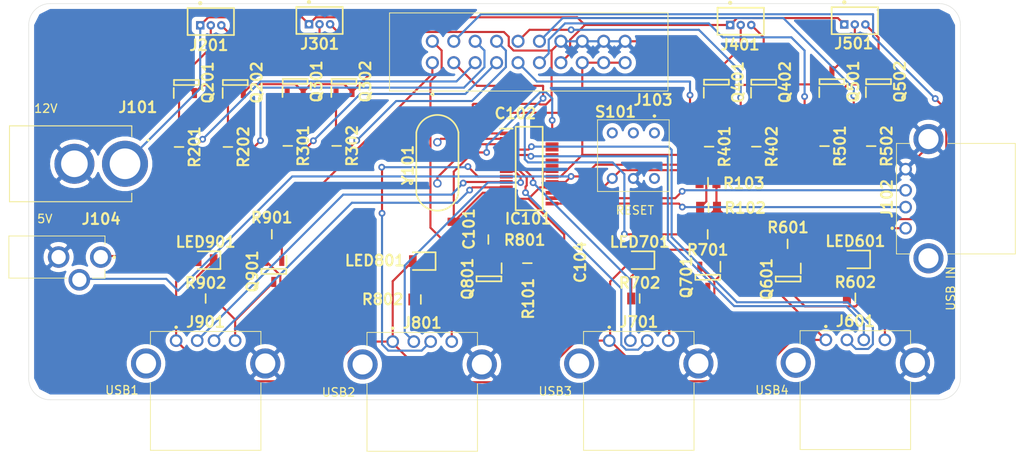
<source format=kicad_pcb>
(kicad_pcb (version 20171130) (host pcbnew "(5.1.6)-1")
  (layers (0 F.Cu signal) (31 B.Cu signal) (34 B.Paste user) (35 F.Paste user) (36 B.SilkS user) (37 F.SilkS user hide) (38 B.Mask user) (39 F.Mask user) (44 Edge.Cuts user))
  (net 0 "")
  (net 1 GND)
  (net 2 /D1+)
  (net 3 /D1-)
  (net 4 /D2+)
  (net 5 /D2-)
  (net 6 /D3+)
  (net 7 /D3-)
  (net 8 /D4+)
  (net 9 /D4-)
  (net 10 /USB1)
  (net 11 /USB2)
  (net 12 /USB3)
  (net 13 /USB4)
  (net 14 +12V)
  (net 15 /L2R)
  (net 16 /L2G)
  (net 17 /L1R)
  (net 18 /L1G)
  (net 19 +5V)
  (net 20 /L4R)
  (net 21 /L4G)
  (net 22 /L3R)
  (net 23 /L3G)
  (net 24 "Net-(J601-Pad5)")
  (net 25 "Net-(J701-Pad5)")
  (net 26 "Net-(J801-Pad5)")
  (net 27 "Net-(J901-Pad5)")
  (net 28 /VD18)
  (net 29 "Net-(IC101-Pad27)")
  (net 30 "Net-(IC101-Pad26)")
  (net 31 "Net-(IC101-Pad25)")
  (net 32 "Net-(IC101-Pad24)")
  (net 33 "Net-(IC101-Pad23)")
  (net 34 "Net-(IC101-Pad22)")
  (net 35 /VD33)
  (net 36 "Net-(IC101-Pad19)")
  (net 37 "Net-(IC101-Pad17)")
  (net 38 /D0+)
  (net 39 /DO-)
  (net 40 "Net-(IC101-Pad14)")
  (net 41 "Net-(IC101-Pad3)")
  (net 42 "Net-(IC101-Pad2)")
  (net 43 "Net-(J102-Pad5)")
  (net 44 "Net-(LED601-Pad1)")
  (net 45 "Net-(LED701-Pad1)")
  (net 46 "Net-(LED801-Pad1)")
  (net 47 "Net-(LED901-Pad1)")
  (net 48 "Net-(S101-Pad4)")
  (net 49 "Net-(S101-Pad3)")
  (net 50 "Net-(S101-Pad2)")
  (net 51 "Net-(S101-Pad1)")
  (net 52 "Net-(J201-Pad3)")
  (net 53 "Net-(J201-Pad2)")
  (net 54 "Net-(J301-Pad3)")
  (net 55 "Net-(J301-Pad2)")
  (net 56 "Net-(J401-Pad3)")
  (net 57 "Net-(J401-Pad2)")
  (net 58 "Net-(J501-Pad3)")
  (net 59 "Net-(J501-Pad2)")
  (net 60 "Net-(J601-Pad4)")
  (net 61 "Net-(J701-Pad4)")
  (net 62 "Net-(J801-Pad4)")
  (net 63 "Net-(J901-Pad4)")
  (net 64 "Net-(Q201-Pad1)")
  (net 65 "Net-(Q202-Pad1)")
  (net 66 "Net-(Q301-Pad1)")
  (net 67 "Net-(Q302-Pad1)")
  (net 68 "Net-(Q401-Pad1)")
  (net 69 "Net-(Q402-Pad1)")
  (net 70 "Net-(Q501-Pad1)")
  (net 71 "Net-(Q502-Pad1)")
  (net 72 "Net-(Q601-Pad1)")
  (net 73 "Net-(Q701-Pad1)")
  (net 74 "Net-(Q801-Pad1)")
  (net 75 "Net-(Q901-Pad1)")
  (module SamacSys_Parts:HC-49USX (layer F.Cu) (at 125.9332 97.6249 90)
    (fp_text reference Y101 (at -0.254 -3.502 90) (layer F.SilkS) (effects (font (size 1.27 1.27) (thickness 0.254))))
    (fp_text value ECS-120-20-4 hide)
    (pad 2 thru_hole circle (at 2.44 0 90) (size 1 1) (drill 0.63) (layers *.Cu *.Mask) (net 42 "Net-(IC101-Pad2)"))
    (pad 1 thru_hole circle (at -2.44 0 90) (size 1 1) (drill 0.63) (layers *.Cu *.Mask) (net 41 "Net-(IC101-Pad3)"))
  )
  (module SamacSys_Parts:TL2201EEYA (layer F.Cu) (at 149.1742 96.774 180)
    (fp_text reference S101 (at 2.1209 5.1943) (layer F.SilkS) (effects (font (size 1.27 1.27) (thickness 0.254))))
    (fp_text value TL2201EEYA hide)
    (pad 6 thru_hole circle (at 2.5 -2.7 180) (size 1.3 1.3) (drill 0.8) (layers *.Cu *.Mask) (net 37 "Net-(IC101-Pad17)"))
    (pad 5 thru_hole circle (at 0 -2.7 180) (size 1.3 1.3) (drill 0.8) (layers *.Cu *.Mask) (net 1 GND))
    (pad 4 thru_hole circle (at -2.5 -2.7 180) (size 1.3 1.3) (drill 0.8) (layers *.Cu *.Mask) (net 48 "Net-(S101-Pad4)"))
    (pad 3 thru_hole circle (at 2.5 2.7 180) (size 1.3 1.3) (drill 0.8) (layers *.Cu *.Mask) (net 49 "Net-(S101-Pad3)"))
    (pad 2 thru_hole circle (at 0 2.7 180) (size 1.3 1.3) (drill 0.8) (layers *.Cu *.Mask) (net 50 "Net-(S101-Pad2)"))
    (pad 1 thru_hole circle (at -2.5 2.7 180) (size 1.3 1.3) (drill 0.8) (layers *.Cu *.Mask) (net 51 "Net-(S101-Pad1)"))
  )
  (module SamacSys_Parts:RESC2012X60N (layer F.Cu) (at 98.4504 113.7158 180)
    (fp_text reference R902 (at 0 1.8415) (layer F.SilkS) (effects (font (size 1.27 1.27) (thickness 0.254))))
    (fp_text value RK73B2ATTD151J hide)
    (pad 2 smd rect (at 1 0 180) (size 0.95 1.4) (layers F.Cu F.Paste F.Mask) (net 47 "Net-(LED901-Pad1)"))
    (pad 1 smd rect (at -1 0 180) (size 0.95 1.4) (layers F.Cu F.Paste F.Mask) (net 63 "Net-(J901-Pad4)"))
  )
  (module SamacSys_Parts:RESC2012X60N (layer F.Cu) (at 106.299 106.0939)
    (fp_text reference R901 (at -0.0127 -1.9666) (layer F.SilkS) (effects (font (size 1.27 1.27) (thickness 0.254))))
    (fp_text value RK73B2ATTD221J hide)
    (pad 2 smd rect (at 1 0) (size 0.95 1.4) (layers F.Cu F.Paste F.Mask) (net 75 "Net-(Q901-Pad1)"))
    (pad 1 smd rect (at -1 0) (size 0.95 1.4) (layers F.Cu F.Paste F.Mask) (net 10 /USB1))
  )
  (module SamacSys_Parts:RESC2012X60N (layer F.Cu) (at 123.968933 113.8301 180)
    (fp_text reference R802 (at 4.525433 0.0127) (layer F.SilkS) (effects (font (size 1.27 1.27) (thickness 0.254))))
    (fp_text value RK73B2ATTD151J hide)
    (pad 2 smd rect (at 1 0 180) (size 0.95 1.4) (layers F.Cu F.Paste F.Mask) (net 46 "Net-(LED801-Pad1)"))
    (pad 1 smd rect (at -1 0 180) (size 0.95 1.4) (layers F.Cu F.Paste F.Mask) (net 62 "Net-(J801-Pad4)"))
  )
  (module SamacSys_Parts:RESC2012X60N (layer F.Cu) (at 131.9784 106.7181)
    (fp_text reference R801 (at 4.3053 0.0635) (layer F.SilkS) (effects (font (size 1.27 1.27) (thickness 0.254))))
    (fp_text value RK73B2ATTD221J hide)
    (pad 2 smd rect (at 1 0) (size 0.95 1.4) (layers F.Cu F.Paste F.Mask) (net 74 "Net-(Q801-Pad1)"))
    (pad 1 smd rect (at -1 0) (size 0.95 1.4) (layers F.Cu F.Paste F.Mask) (net 11 /USB2))
  )
  (module SamacSys_Parts:RESC2012X60N (layer F.Cu) (at 149.919265 113.7158 180)
    (fp_text reference R702 (at 0 1.8415) (layer F.SilkS) (effects (font (size 1.27 1.27) (thickness 0.254))))
    (fp_text value RK73B2ATTD151J hide)
    (pad 2 smd rect (at 1 0 180) (size 0.95 1.4) (layers F.Cu F.Paste F.Mask) (net 45 "Net-(LED701-Pad1)"))
    (pad 1 smd rect (at -1 0 180) (size 0.95 1.4) (layers F.Cu F.Paste F.Mask) (net 61 "Net-(J701-Pad4)"))
  )
  (module SamacSys_Parts:RESC2012X60N (layer F.Cu) (at 157.988 106.1085)
    (fp_text reference R701 (at 0 1.8415) (layer F.SilkS) (effects (font (size 1.27 1.27) (thickness 0.254))))
    (fp_text value RK73B2ATTD221J hide)
    (pad 2 smd rect (at 1 0) (size 0.95 1.4) (layers F.Cu F.Paste F.Mask) (net 73 "Net-(Q701-Pad1)"))
    (pad 1 smd rect (at -1 0) (size 0.95 1.4) (layers F.Cu F.Paste F.Mask) (net 12 /USB3))
  )
  (module SamacSys_Parts:RESC2012X60N (layer F.Cu) (at 175.5013 113.6269 180)
    (fp_text reference R602 (at 0 1.8415) (layer F.SilkS) (effects (font (size 1.27 1.27) (thickness 0.254))))
    (fp_text value RK73B2ATTD151J hide)
    (pad 2 smd rect (at 1 0 180) (size 0.95 1.4) (layers F.Cu F.Paste F.Mask) (net 44 "Net-(LED601-Pad1)"))
    (pad 1 smd rect (at -1 0 180) (size 0.95 1.4) (layers F.Cu F.Paste F.Mask) (net 60 "Net-(J601-Pad4)"))
  )
  (module SamacSys_Parts:RESC2012X60N (layer F.Cu) (at 167.4622 107.2388)
    (fp_text reference R601 (at 0.0508 -1.9431) (layer F.SilkS) (effects (font (size 1.27 1.27) (thickness 0.254))))
    (fp_text value RK73B2ATTD221J hide)
    (pad 2 smd rect (at 1 0) (size 0.95 1.4) (layers F.Cu F.Paste F.Mask) (net 72 "Net-(Q601-Pad1)"))
    (pad 1 smd rect (at -1 0) (size 0.95 1.4) (layers F.Cu F.Paste F.Mask) (net 13 /USB4))
  )
  (module SamacSys_Parts:RESC2012X60N (layer F.Cu) (at 177.3753 95.6437 90)
    (fp_text reference R502 (at 0 1.8415 90) (layer F.SilkS) (effects (font (size 1.27 1.27) (thickness 0.254))))
    (fp_text value RK73B2ATTD221J hide)
    (pad 2 smd rect (at 1 0 90) (size 0.95 1.4) (layers F.Cu F.Paste F.Mask) (net 71 "Net-(Q502-Pad1)"))
    (pad 1 smd rect (at -1 0 90) (size 0.95 1.4) (layers F.Cu F.Paste F.Mask) (net 20 /L4R))
  )
  (module SamacSys_Parts:RESC2012X60N (layer F.Cu) (at 171.8446 95.6437 90)
    (fp_text reference R501 (at 0 1.8415 90) (layer F.SilkS) (effects (font (size 1.27 1.27) (thickness 0.254))))
    (fp_text value RK73B2ATTD221J hide)
    (pad 2 smd rect (at 1 0 90) (size 0.95 1.4) (layers F.Cu F.Paste F.Mask) (net 70 "Net-(Q501-Pad1)"))
    (pad 1 smd rect (at -1 0 90) (size 0.95 1.4) (layers F.Cu F.Paste F.Mask) (net 21 /L4G))
  )
  (module SamacSys_Parts:RESC2012X60N (layer F.Cu) (at 163.7536 95.7072 90)
    (fp_text reference R402 (at 0 1.8415 90) (layer F.SilkS) (effects (font (size 1.27 1.27) (thickness 0.254))))
    (fp_text value RK73B2ATTD221J hide)
    (pad 2 smd rect (at 1 0 90) (size 0.95 1.4) (layers F.Cu F.Paste F.Mask) (net 69 "Net-(Q402-Pad1)"))
    (pad 1 smd rect (at -1 0 90) (size 0.95 1.4) (layers F.Cu F.Paste F.Mask) (net 22 /L3R))
  )
  (module SamacSys_Parts:RESC2012X60N (layer F.Cu) (at 158.154 95.7072 90)
    (fp_text reference R401 (at 0 1.8415 90) (layer F.SilkS) (effects (font (size 1.27 1.27) (thickness 0.254))))
    (fp_text value RK73B2ATTD221J hide)
    (pad 2 smd rect (at 1 0 90) (size 0.95 1.4) (layers F.Cu F.Paste F.Mask) (net 68 "Net-(Q401-Pad1)"))
    (pad 1 smd rect (at -1 0 90) (size 0.95 1.4) (layers F.Cu F.Paste F.Mask) (net 23 /L3G))
  )
  (module SamacSys_Parts:RESC2012X60N (layer F.Cu) (at 113.9834 95.6183 90)
    (fp_text reference R302 (at 0 1.8415 90) (layer F.SilkS) (effects (font (size 1.27 1.27) (thickness 0.254))))
    (fp_text value RK73B2ATTD221J hide)
    (pad 2 smd rect (at 1 0 90) (size 0.95 1.4) (layers F.Cu F.Paste F.Mask) (net 67 "Net-(Q302-Pad1)"))
    (pad 1 smd rect (at -1 0 90) (size 0.95 1.4) (layers F.Cu F.Paste F.Mask) (net 15 /L2R))
  )
  (module SamacSys_Parts:RESC2012X60N (layer F.Cu) (at 108.1914 95.6183 90)
    (fp_text reference R301 (at 0 1.8415 90) (layer F.SilkS) (effects (font (size 1.27 1.27) (thickness 0.254))))
    (fp_text value RK73B2ATTD221J hide)
    (pad 2 smd rect (at 1 0 90) (size 0.95 1.4) (layers F.Cu F.Paste F.Mask) (net 66 "Net-(Q301-Pad1)"))
    (pad 1 smd rect (at -1 0 90) (size 0.95 1.4) (layers F.Cu F.Paste F.Mask) (net 16 /L2G))
  )
  (module SamacSys_Parts:RESC2012X60N (layer F.Cu) (at 101.0929 95.7453 90)
    (fp_text reference R202 (at 0 1.8415 90) (layer F.SilkS) (effects (font (size 1.27 1.27) (thickness 0.254))))
    (fp_text value RK73B2ATTD221J hide)
    (pad 2 smd rect (at 1 0 90) (size 0.95 1.4) (layers F.Cu F.Paste F.Mask) (net 65 "Net-(Q202-Pad1)"))
    (pad 1 smd rect (at -1 0 90) (size 0.95 1.4) (layers F.Cu F.Paste F.Mask) (net 17 /L1R))
  )
  (module SamacSys_Parts:RESC2012X60N (layer F.Cu) (at 95.2955 95.7453 90)
    (fp_text reference R201 (at 0 1.8415 90) (layer F.SilkS) (effects (font (size 1.27 1.27) (thickness 0.254))))
    (fp_text value RK73B2ATTD221J hide)
    (pad 2 smd rect (at 1 0 90) (size 0.95 1.4) (layers F.Cu F.Paste F.Mask) (net 64 "Net-(Q201-Pad1)"))
    (pad 1 smd rect (at -1 0 90) (size 0.95 1.4) (layers F.Cu F.Paste F.Mask) (net 18 /L1G))
  )
  (module SamacSys_Parts:RESC2012X60N (layer F.Cu) (at 158.0261 99.9236 180)
    (fp_text reference R103 (at -4.2418 -0.127) (layer F.SilkS) (effects (font (size 1.27 1.27) (thickness 0.254))))
    (fp_text value RK73H2ATTD2701F hide)
    (pad 2 smd rect (at 1 0 180) (size 0.95 1.4) (layers F.Cu F.Paste F.Mask) (net 37 "Net-(IC101-Pad17)"))
    (pad 1 smd rect (at -1 0 180) (size 0.95 1.4) (layers F.Cu F.Paste F.Mask) (net 19 +5V))
  )
  (module SamacSys_Parts:RESC2012X60N (layer F.Cu) (at 158.0896 102.9462 180)
    (fp_text reference R102 (at -4.3434 -0.0381) (layer F.SilkS) (effects (font (size 1.27 1.27) (thickness 0.254))))
    (fp_text value RK73H2ATTD2701F hide)
    (pad 2 smd rect (at 1 0 180) (size 0.95 1.4) (layers F.Cu F.Paste F.Mask) (net 36 "Net-(IC101-Pad19)"))
    (pad 1 smd rect (at -1 0 180) (size 0.95 1.4) (layers F.Cu F.Paste F.Mask) (net 19 +5V))
  )
  (module SamacSys_Parts:RESC2012X60N (layer F.Cu) (at 136.6012 109.5248 270)
    (fp_text reference R101 (at 4.2164 -0.1143 90) (layer F.SilkS) (effects (font (size 1.27 1.27) (thickness 0.254))))
    (fp_text value RK73H2ATTD2701F hide)
    (pad 2 smd rect (at 1 0 270) (size 0.95 1.4) (layers F.Cu F.Paste F.Mask) (net 1 GND))
    (pad 1 smd rect (at -1 0 270) (size 0.95 1.4) (layers F.Cu F.Paste F.Mask) (net 40 "Net-(IC101-Pad14)"))
  )
  (module SamacSys_Parts:SOT95P280X125-3N (layer F.Cu) (at 106.5304 110.5027 270)
    (fp_text reference Q901 (at 0 2.54 90) (layer F.SilkS) (effects (font (size 1.27 1.27) (thickness 0.254))))
    (fp_text value AO3414 hide)
    (pad 3 smd rect (at 1.25 0) (size 0.6 1.2) (layers F.Cu F.Paste F.Mask) (net 63 "Net-(J901-Pad4)"))
    (pad 2 smd rect (at -1.25 0.95) (size 0.6 1.2) (layers F.Cu F.Paste F.Mask) (net 1 GND))
    (pad 1 smd rect (at -1.25 -0.95) (size 0.6 1.2) (layers F.Cu F.Paste F.Mask) (net 75 "Net-(Q901-Pad1)"))
  )
  (module SamacSys_Parts:SOT95P280X125-3N (layer F.Cu) (at 132.048933 111.379 270)
    (fp_text reference Q801 (at 0 2.54 90) (layer F.SilkS) (effects (font (size 1.27 1.27) (thickness 0.254))))
    (fp_text value AO3414 hide)
    (pad 3 smd rect (at 1.25 0) (size 0.6 1.2) (layers F.Cu F.Paste F.Mask) (net 62 "Net-(J801-Pad4)"))
    (pad 2 smd rect (at -1.25 0.95) (size 0.6 1.2) (layers F.Cu F.Paste F.Mask) (net 1 GND))
    (pad 1 smd rect (at -1.25 -0.95) (size 0.6 1.2) (layers F.Cu F.Paste F.Mask) (net 74 "Net-(Q801-Pad1)"))
  )
  (module SamacSys_Parts:SOT95P280X125-3N (layer F.Cu) (at 157.999265 111.2012 270)
    (fp_text reference Q701 (at 0 2.54 90) (layer F.SilkS) (effects (font (size 1.27 1.27) (thickness 0.254))))
    (fp_text value AO3414 hide)
    (pad 3 smd rect (at 1.25 0) (size 0.6 1.2) (layers F.Cu F.Paste F.Mask) (net 61 "Net-(J701-Pad4)"))
    (pad 2 smd rect (at -1.25 0.95) (size 0.6 1.2) (layers F.Cu F.Paste F.Mask) (net 1 GND))
    (pad 1 smd rect (at -1.25 -0.95) (size 0.6 1.2) (layers F.Cu F.Paste F.Mask) (net 73 "Net-(Q701-Pad1)"))
  )
  (module SamacSys_Parts:SOT95P280X125-3N (layer F.Cu) (at 167.5285 111.4044 270)
    (fp_text reference Q601 (at 0 2.54 90) (layer F.SilkS) (effects (font (size 1.27 1.27) (thickness 0.254))))
    (fp_text value AO3414 hide)
    (pad 3 smd rect (at 1.25 0) (size 0.6 1.2) (layers F.Cu F.Paste F.Mask) (net 60 "Net-(J601-Pad4)"))
    (pad 2 smd rect (at -1.25 0.95) (size 0.6 1.2) (layers F.Cu F.Paste F.Mask) (net 1 GND))
    (pad 1 smd rect (at -1.25 -0.95) (size 0.6 1.2) (layers F.Cu F.Paste F.Mask) (net 72 "Net-(Q601-Pad1)"))
  )
  (module SamacSys_Parts:SOT95P280X125-3N (layer F.Cu) (at 178.2507 87.9983 90)
    (fp_text reference Q502 (at 0 2.54 90) (layer F.SilkS) (effects (font (size 1.27 1.27) (thickness 0.254))))
    (fp_text value AO3414 hide)
    (pad 3 smd rect (at 1.25 0 180) (size 0.6 1.2) (layers F.Cu F.Paste F.Mask) (net 58 "Net-(J501-Pad3)"))
    (pad 2 smd rect (at -1.25 0.95 180) (size 0.6 1.2) (layers F.Cu F.Paste F.Mask) (net 1 GND))
    (pad 1 smd rect (at -1.25 -0.95 180) (size 0.6 1.2) (layers F.Cu F.Paste F.Mask) (net 71 "Net-(Q502-Pad1)"))
  )
  (module SamacSys_Parts:SOT95P280X125-3N (layer F.Cu) (at 172.72 87.9983 90)
    (fp_text reference Q501 (at 0 2.54 90) (layer F.SilkS) (effects (font (size 1.27 1.27) (thickness 0.254))))
    (fp_text value AO3414 hide)
    (pad 3 smd rect (at 1.25 0 180) (size 0.6 1.2) (layers F.Cu F.Paste F.Mask) (net 59 "Net-(J501-Pad2)"))
    (pad 2 smd rect (at -1.25 0.95 180) (size 0.6 1.2) (layers F.Cu F.Paste F.Mask) (net 1 GND))
    (pad 1 smd rect (at -1.25 -0.95 180) (size 0.6 1.2) (layers F.Cu F.Paste F.Mask) (net 70 "Net-(Q501-Pad1)"))
  )
  (module SamacSys_Parts:SOT95P280X125-3N (layer F.Cu) (at 164.629 88.0618 90)
    (fp_text reference Q402 (at 0 2.54 90) (layer F.SilkS) (effects (font (size 1.27 1.27) (thickness 0.254))))
    (fp_text value AO3414 hide)
    (pad 3 smd rect (at 1.25 0 180) (size 0.6 1.2) (layers F.Cu F.Paste F.Mask) (net 56 "Net-(J401-Pad3)"))
    (pad 2 smd rect (at -1.25 0.95 180) (size 0.6 1.2) (layers F.Cu F.Paste F.Mask) (net 1 GND))
    (pad 1 smd rect (at -1.25 -0.95 180) (size 0.6 1.2) (layers F.Cu F.Paste F.Mask) (net 69 "Net-(Q402-Pad1)"))
  )
  (module SamacSys_Parts:SOT95P280X125-3N (layer F.Cu) (at 159.0294 88.0618 90)
    (fp_text reference Q401 (at 0 2.54 90) (layer F.SilkS) (effects (font (size 1.27 1.27) (thickness 0.254))))
    (fp_text value AO3414 hide)
    (pad 3 smd rect (at 1.25 0 180) (size 0.6 1.2) (layers F.Cu F.Paste F.Mask) (net 57 "Net-(J401-Pad2)"))
    (pad 2 smd rect (at -1.25 0.95 180) (size 0.6 1.2) (layers F.Cu F.Paste F.Mask) (net 1 GND))
    (pad 1 smd rect (at -1.25 -0.95 180) (size 0.6 1.2) (layers F.Cu F.Paste F.Mask) (net 68 "Net-(Q401-Pad1)"))
  )
  (module SamacSys_Parts:SOT95P280X125-3N (layer F.Cu) (at 114.8588 87.9729 90)
    (fp_text reference Q302 (at 0 2.54 90) (layer F.SilkS) (effects (font (size 1.27 1.27) (thickness 0.254))))
    (fp_text value AO3414 hide)
    (pad 3 smd rect (at 1.25 0 180) (size 0.6 1.2) (layers F.Cu F.Paste F.Mask) (net 54 "Net-(J301-Pad3)"))
    (pad 2 smd rect (at -1.25 0.95 180) (size 0.6 1.2) (layers F.Cu F.Paste F.Mask) (net 1 GND))
    (pad 1 smd rect (at -1.25 -0.95 180) (size 0.6 1.2) (layers F.Cu F.Paste F.Mask) (net 67 "Net-(Q302-Pad1)"))
  )
  (module SamacSys_Parts:SOT95P280X125-3N (layer F.Cu) (at 109.0668 87.9729 90)
    (fp_text reference Q301 (at 0 2.54 90) (layer F.SilkS) (effects (font (size 1.27 1.27) (thickness 0.254))))
    (fp_text value AO3414 hide)
    (pad 3 smd rect (at 1.25 0 180) (size 0.6 1.2) (layers F.Cu F.Paste F.Mask) (net 55 "Net-(J301-Pad2)"))
    (pad 2 smd rect (at -1.25 0.95 180) (size 0.6 1.2) (layers F.Cu F.Paste F.Mask) (net 1 GND))
    (pad 1 smd rect (at -1.25 -0.95 180) (size 0.6 1.2) (layers F.Cu F.Paste F.Mask) (net 66 "Net-(Q301-Pad1)"))
  )
  (module SamacSys_Parts:SOT95P280X125-3N (layer F.Cu) (at 101.9683 88.0999 90)
    (fp_text reference Q202 (at 0 2.54 90) (layer F.SilkS) (effects (font (size 1.27 1.27) (thickness 0.254))))
    (fp_text value AO3414 hide)
    (pad 3 smd rect (at 1.25 0 180) (size 0.6 1.2) (layers F.Cu F.Paste F.Mask) (net 52 "Net-(J201-Pad3)"))
    (pad 2 smd rect (at -1.25 0.95 180) (size 0.6 1.2) (layers F.Cu F.Paste F.Mask) (net 1 GND))
    (pad 1 smd rect (at -1.25 -0.95 180) (size 0.6 1.2) (layers F.Cu F.Paste F.Mask) (net 65 "Net-(Q202-Pad1)"))
  )
  (module SamacSys_Parts:SOT95P280X125-3N (layer F.Cu) (at 96.1709 88.0999 90)
    (fp_text reference Q201 (at 0 2.54 90) (layer F.SilkS) (effects (font (size 1.27 1.27) (thickness 0.254))))
    (fp_text value AO3414 hide)
    (pad 3 smd rect (at 1.25 0 180) (size 0.6 1.2) (layers F.Cu F.Paste F.Mask) (net 53 "Net-(J201-Pad2)"))
    (pad 2 smd rect (at -1.25 0.95 180) (size 0.6 1.2) (layers F.Cu F.Paste F.Mask) (net 1 GND))
    (pad 1 smd rect (at -1.25 -0.95 180) (size 0.6 1.2) (layers F.Cu F.Paste F.Mask) (net 64 "Net-(Q201-Pad1)"))
  )
  (module SamacSys_Parts:LEDC2012X90N (layer F.Cu) (at 98.4504 109.1692 180)
    (fp_text reference LED901 (at 0 2.159) (layer F.SilkS) (effects (font (size 1.27 1.27) (thickness 0.254))))
    (fp_text value VFHR1112H-3BY2A-TR hide)
    (pad 2 smd rect (at 0.95 0 180) (size 0.9 1.4) (layers F.Cu F.Paste F.Mask) (net 19 +5V))
    (pad 1 smd rect (at -0.95 0 180) (size 0.9 1.4) (layers F.Cu F.Paste F.Mask) (net 47 "Net-(LED901-Pad1)"))
  )
  (module SamacSys_Parts:LEDC2012X90N (layer F.Cu) (at 123.968933 109.2835 180)
    (fp_text reference LED801 (at 5.452533 0.0635) (layer F.SilkS) (effects (font (size 1.27 1.27) (thickness 0.254))))
    (fp_text value VFHR1112H-3BY2A-TR hide)
    (pad 2 smd rect (at 0.95 0 180) (size 0.9 1.4) (layers F.Cu F.Paste F.Mask) (net 19 +5V))
    (pad 1 smd rect (at -0.95 0 180) (size 0.9 1.4) (layers F.Cu F.Paste F.Mask) (net 46 "Net-(LED801-Pad1)"))
  )
  (module SamacSys_Parts:LEDC2012X90N (layer F.Cu) (at 149.919265 109.1692 180)
    (fp_text reference LED701 (at 0 2.159) (layer F.SilkS) (effects (font (size 1.27 1.27) (thickness 0.254))))
    (fp_text value VFHR1112H-3BY2A-TR hide)
    (pad 2 smd rect (at 0.95 0 180) (size 0.9 1.4) (layers F.Cu F.Paste F.Mask) (net 19 +5V))
    (pad 1 smd rect (at -0.95 0 180) (size 0.9 1.4) (layers F.Cu F.Paste F.Mask) (net 45 "Net-(LED701-Pad1)"))
  )
  (module SamacSys_Parts:LEDC2012X90N (layer F.Cu) (at 175.5013 109.0803 180)
    (fp_text reference LED601 (at 0 2.159) (layer F.SilkS) (effects (font (size 1.27 1.27) (thickness 0.254))))
    (fp_text value VFHR1112H-3BY2A-TR hide)
    (pad 2 smd rect (at 0.95 0 180) (size 0.9 1.4) (layers F.Cu F.Paste F.Mask) (net 19 +5V))
    (pad 1 smd rect (at -0.95 0 180) (size 0.9 1.4) (layers F.Cu F.Paste F.Mask) (net 44 "Net-(LED601-Pad1)"))
  )
  (module SamacSys_Parts:USBA1HSW6 (layer F.Cu) (at 98.4504 124.3711)
    (fp_text reference J901 (at 0 -7.874) (layer F.SilkS) (effects (font (size 1.27 1.27) (thickness 0.254))))
    (fp_text value USB-A1HSW6 hide)
    (pad 6 thru_hole circle (at 7.07 -2.95) (size 3.57 3.57) (drill 2.38) (layers *.Cu *.Mask) (net 1 GND))
    (pad 5 thru_hole circle (at -7.07 -2.95) (size 3.57 3.57) (drill 2.38) (layers *.Cu *.Mask) (net 27 "Net-(J901-Pad5)"))
    (pad 4 thru_hole circle (at 3.5 -5.66) (size 1.5 1.5) (drill 1) (layers *.Cu *.Mask) (net 63 "Net-(J901-Pad4)"))
    (pad 3 thru_hole circle (at 1 -5.66) (size 1.5 1.5) (drill 1) (layers *.Cu *.Mask) (net 2 /D1+))
    (pad 2 thru_hole circle (at -1 -5.66) (size 1.5 1.5) (drill 1) (layers *.Cu *.Mask) (net 3 /D1-))
    (pad 1 thru_hole circle (at -3.5 -5.66) (size 1.5 1.5) (drill 1) (layers *.Cu *.Mask) (net 19 +5V))
  )
  (module SamacSys_Parts:USBA1HSW6 (layer F.Cu) (at 124.134033 124.4854)
    (fp_text reference J801 (at 0 -7.874) (layer F.SilkS) (effects (font (size 1.27 1.27) (thickness 0.254))))
    (fp_text value USB-A1HSW6 hide)
    (pad 6 thru_hole circle (at 7.07 -2.95) (size 3.57 3.57) (drill 2.38) (layers *.Cu *.Mask) (net 1 GND))
    (pad 5 thru_hole circle (at -7.07 -2.95) (size 3.57 3.57) (drill 2.38) (layers *.Cu *.Mask) (net 26 "Net-(J801-Pad5)"))
    (pad 4 thru_hole circle (at 3.5 -5.66) (size 1.5 1.5) (drill 1) (layers *.Cu *.Mask) (net 62 "Net-(J801-Pad4)"))
    (pad 3 thru_hole circle (at 1 -5.66) (size 1.5 1.5) (drill 1) (layers *.Cu *.Mask) (net 4 /D2+))
    (pad 2 thru_hole circle (at -1 -5.66) (size 1.5 1.5) (drill 1) (layers *.Cu *.Mask) (net 5 /D2-))
    (pad 1 thru_hole circle (at -3.5 -5.66) (size 1.5 1.5) (drill 1) (layers *.Cu *.Mask) (net 19 +5V))
  )
  (module SamacSys_Parts:USBA1HSW6 (layer F.Cu) (at 149.817666 124.3711)
    (fp_text reference J701 (at 0 -7.874) (layer F.SilkS) (effects (font (size 1.27 1.27) (thickness 0.254))))
    (fp_text value USB-A1HSW6 hide)
    (pad 6 thru_hole circle (at 7.07 -2.95) (size 3.57 3.57) (drill 2.38) (layers *.Cu *.Mask) (net 1 GND))
    (pad 5 thru_hole circle (at -7.07 -2.95) (size 3.57 3.57) (drill 2.38) (layers *.Cu *.Mask) (net 25 "Net-(J701-Pad5)"))
    (pad 4 thru_hole circle (at 3.5 -5.66) (size 1.5 1.5) (drill 1) (layers *.Cu *.Mask) (net 61 "Net-(J701-Pad4)"))
    (pad 3 thru_hole circle (at 1 -5.66) (size 1.5 1.5) (drill 1) (layers *.Cu *.Mask) (net 6 /D3+))
    (pad 2 thru_hole circle (at -1 -5.66) (size 1.5 1.5) (drill 1) (layers *.Cu *.Mask) (net 7 /D3-))
    (pad 1 thru_hole circle (at -3.5 -5.66) (size 1.5 1.5) (drill 1) (layers *.Cu *.Mask) (net 19 +5V))
  )
  (module SamacSys_Parts:USBA1HSW6 (layer F.Cu) (at 175.5013 124.2822)
    (fp_text reference J601 (at 0 -7.874) (layer F.SilkS) (effects (font (size 1.27 1.27) (thickness 0.254))))
    (fp_text value USB-A1HSW6 hide)
    (pad 6 thru_hole circle (at 7.07 -2.95) (size 3.57 3.57) (drill 2.38) (layers *.Cu *.Mask) (net 1 GND))
    (pad 5 thru_hole circle (at -7.07 -2.95) (size 3.57 3.57) (drill 2.38) (layers *.Cu *.Mask) (net 24 "Net-(J601-Pad5)"))
    (pad 4 thru_hole circle (at 3.5 -5.66) (size 1.5 1.5) (drill 1) (layers *.Cu *.Mask) (net 60 "Net-(J601-Pad4)"))
    (pad 3 thru_hole circle (at 1 -5.66) (size 1.5 1.5) (drill 1) (layers *.Cu *.Mask) (net 8 /D4+))
    (pad 2 thru_hole circle (at -1 -5.66) (size 1.5 1.5) (drill 1) (layers *.Cu *.Mask) (net 9 /D4-))
    (pad 1 thru_hole circle (at -3.5 -5.66) (size 1.5 1.5) (drill 1) (layers *.Cu *.Mask) (net 19 +5V))
  )
  (module SamacSys_Parts:SHDRV3W50P0_125_1X3_550X320X420P (layer F.Cu) (at 174.1878 81.2165)
    (fp_text reference J501 (at 1.123 2.2606) (layer F.SilkS) (effects (font (size 1.27 1.27) (thickness 0.254))))
    (fp_text value 0530470310 hide)
    (pad 3 thru_hole circle (at 2.5 0) (size 1 1) (drill 0.5) (layers *.Cu *.Mask) (net 58 "Net-(J501-Pad3)"))
    (pad 2 thru_hole circle (at 1.25 0) (size 1 1) (drill 0.5) (layers *.Cu *.Mask) (net 59 "Net-(J501-Pad2)"))
    (pad 1 thru_hole rect (at 0 0) (size 1 1) (drill 0.5) (layers *.Cu *.Mask) (net 14 +12V))
  )
  (module SamacSys_Parts:SHDRV3W50P0_125_1X3_550X320X420P (layer F.Cu) (at 160.655 81.28)
    (fp_text reference J401 (at 1.1811 2.3368) (layer F.SilkS) (effects (font (size 1.27 1.27) (thickness 0.254))))
    (fp_text value 0530470310 hide)
    (pad 3 thru_hole circle (at 2.5 0) (size 1 1) (drill 0.5) (layers *.Cu *.Mask) (net 56 "Net-(J401-Pad3)"))
    (pad 2 thru_hole circle (at 1.25 0) (size 1 1) (drill 0.5) (layers *.Cu *.Mask) (net 57 "Net-(J401-Pad2)"))
    (pad 1 thru_hole rect (at 0 0) (size 1 1) (drill 0.5) (layers *.Cu *.Mask) (net 14 +12V))
  )
  (module SamacSys_Parts:SHDRV3W50P0_125_1X3_550X320X420P (layer F.Cu) (at 110.7059 81.1911)
    (fp_text reference J301 (at 1.27 2.3368) (layer F.SilkS) (effects (font (size 1.27 1.27) (thickness 0.254))))
    (fp_text value 0530470310 hide)
    (pad 3 thru_hole circle (at 2.5 0) (size 1 1) (drill 0.5) (layers *.Cu *.Mask) (net 54 "Net-(J301-Pad3)"))
    (pad 2 thru_hole circle (at 1.25 0) (size 1 1) (drill 0.5) (layers *.Cu *.Mask) (net 55 "Net-(J301-Pad2)"))
    (pad 1 thru_hole rect (at 0 0) (size 1 1) (drill 0.5) (layers *.Cu *.Mask) (net 14 +12V))
  )
  (module SamacSys_Parts:SHDRV3W50P0_125_1X3_550X320X420P (layer F.Cu) (at 97.81 81.3181)
    (fp_text reference J201 (at 1.0214 2.3622) (layer F.SilkS) (effects (font (size 1.27 1.27) (thickness 0.254))))
    (fp_text value 0530470310 hide)
    (pad 3 thru_hole circle (at 2.5 0) (size 1 1) (drill 0.5) (layers *.Cu *.Mask) (net 52 "Net-(J201-Pad3)"))
    (pad 2 thru_hole circle (at 1.25 0) (size 1 1) (drill 0.5) (layers *.Cu *.Mask) (net 53 "Net-(J201-Pad2)"))
    (pad 1 thru_hole rect (at 0 0) (size 1 1) (drill 0.5) (layers *.Cu *.Mask) (net 14 +12V))
  )
  (module SamacSys_Parts:PJ031DH (layer F.Cu) (at 86.5124 108.8009)
    (fp_text reference J104 (at -0.4572 -4.5085) (layer F.SilkS) (effects (font (size 1.27 1.27) (thickness 0.254))))
    (fp_text value PJ-031DH hide)
    (pad 3 thru_hole circle (at -3.04 2.7) (size 2.55 2.55) (drill 1.7) (layers *.Cu *.Mask) (net 36 "Net-(IC101-Pad19)"))
    (pad 2 thru_hole circle (at -5.5 0) (size 2.55 2.55) (drill 1.7) (layers *.Cu *.Mask) (net 1 GND))
    (pad 1 thru_hole circle (at -0.5 0) (size 2.55 2.55) (drill 1.7) (layers *.Cu *.Mask) (net 19 +5V))
  )
  (module SamacSys_Parts:TST-110-XX-Y-D (layer F.Cu) (at 125.3363 85.7504)
    (fp_text reference J103 (at 26.1747 4.4196) (layer F.SilkS) (effects (font (size 1.27 1.27) (thickness 0.254))))
    (fp_text value TST-110-01-G-D hide)
    (pad 20 thru_hole circle (at 22.86 -2.54) (size 1.55 1.55) (drill 1.02) (layers *.Cu *.Mask) (net 1 GND))
    (pad 19 thru_hole circle (at 22.86 0) (size 1.55 1.55) (drill 1.02) (layers *.Cu *.Mask) (net 19 +5V))
    (pad 18 thru_hole circle (at 20.32 -2.54) (size 1.55 1.55) (drill 1.02) (layers *.Cu *.Mask) (net 1 GND))
    (pad 17 thru_hole circle (at 20.32 0) (size 1.55 1.55) (drill 1.02) (layers *.Cu *.Mask) (net 19 +5V))
    (pad 16 thru_hole circle (at 17.78 -2.54) (size 1.55 1.55) (drill 1.02) (layers *.Cu *.Mask) (net 1 GND))
    (pad 15 thru_hole circle (at 17.78 0) (size 1.55 1.55) (drill 1.02) (layers *.Cu *.Mask) (net 19 +5V))
    (pad 14 thru_hole circle (at 15.24 -2.54) (size 1.55 1.55) (drill 1.02) (layers *.Cu *.Mask) (net 1 GND))
    (pad 13 thru_hole circle (at 15.24 0) (size 1.55 1.55) (drill 1.02) (layers *.Cu *.Mask) (net 14 +12V))
    (pad 12 thru_hole circle (at 12.7 -2.54) (size 1.55 1.55) (drill 1.02) (layers *.Cu *.Mask) (net 20 /L4R))
    (pad 11 thru_hole circle (at 12.7 0) (size 1.55 1.55) (drill 1.02) (layers *.Cu *.Mask) (net 21 /L4G))
    (pad 10 thru_hole circle (at 10.16 -2.54) (size 1.55 1.55) (drill 1.02) (layers *.Cu *.Mask) (net 22 /L3R))
    (pad 9 thru_hole circle (at 10.16 0) (size 1.55 1.55) (drill 1.02) (layers *.Cu *.Mask) (net 23 /L3G))
    (pad 8 thru_hole circle (at 7.62 -2.54) (size 1.55 1.55) (drill 1.02) (layers *.Cu *.Mask) (net 15 /L2R))
    (pad 7 thru_hole circle (at 7.62 0) (size 1.55 1.55) (drill 1.02) (layers *.Cu *.Mask) (net 16 /L2G))
    (pad 6 thru_hole circle (at 5.08 -2.54) (size 1.55 1.55) (drill 1.02) (layers *.Cu *.Mask) (net 17 /L1R))
    (pad 5 thru_hole circle (at 5.08 0) (size 1.55 1.55) (drill 1.02) (layers *.Cu *.Mask) (net 18 /L1G))
    (pad 4 thru_hole circle (at 2.54 -2.54) (size 1.55 1.55) (drill 1.02) (layers *.Cu *.Mask) (net 13 /USB4))
    (pad 3 thru_hole circle (at 2.54 0) (size 1.55 1.55) (drill 1.02) (layers *.Cu *.Mask) (net 12 /USB3))
    (pad 2 thru_hole circle (at 0 -2.54) (size 1.55 1.55) (drill 1.02) (layers *.Cu *.Mask) (net 11 /USB2))
    (pad 1 thru_hole circle (at 0 0) (size 1.55 1.55) (drill 1.02) (layers *.Cu *.Mask) (net 10 /USB1))
  )
  (module SamacSys_Parts:USBA1HSW6 (layer F.Cu) (at 187.1218 101.8794 90)
    (fp_text reference J102 (at 0 -7.874 90) (layer F.SilkS) (effects (font (size 1.27 1.27) (thickness 0.254))))
    (fp_text value USB-A1HSW6 hide)
    (pad 6 thru_hole circle (at 7.07 -2.95 90) (size 3.57 3.57) (drill 2.38) (layers *.Cu *.Mask) (net 1 GND))
    (pad 5 thru_hole circle (at -7.07 -2.95 90) (size 3.57 3.57) (drill 2.38) (layers *.Cu *.Mask) (net 43 "Net-(J102-Pad5)"))
    (pad 4 thru_hole circle (at 3.5 -5.66 90) (size 1.5 1.5) (drill 1) (layers *.Cu *.Mask) (net 1 GND))
    (pad 3 thru_hole circle (at 1 -5.66 90) (size 1.5 1.5) (drill 1) (layers *.Cu *.Mask) (net 38 /D0+))
    (pad 2 thru_hole circle (at -1 -5.66 90) (size 1.5 1.5) (drill 1) (layers *.Cu *.Mask) (net 39 /DO-))
    (pad 1 thru_hole circle (at -3.5 -5.66 90) (size 1.5 1.5) (drill 1) (layers *.Cu *.Mask) (net 19 +5V))
  )
  (module SamacSys_Parts:PJ037A (layer F.Cu) (at 88.8873 97.7392)
    (fp_text reference J101 (at 1.524 -6.7056) (layer F.SilkS) (effects (font (size 1.27 1.27) (thickness 0.254))))
    (fp_text value PJ-037A hide)
    (pad 2 thru_hole circle (at -6 0) (size 4.74 4.74) (drill 3.16) (layers *.Cu *.Mask) (net 1 GND))
    (pad 1 thru_hole circle (at 0 0) (size 5.46 5.46) (drill 3.64) (layers *.Cu *.Mask) (net 14 +12V))
  )
  (module SamacSys_Parts:SOP64P600X175-28N (layer F.Cu) (at 136.8171 98.298)
    (fp_text reference IC101 (at -0.1143 5.9563) (layer F.SilkS) (effects (font (size 1.27 1.27) (thickness 0.254))))
    (fp_text value FE1.1S hide)
    (pad 28 smd rect (at 2.712 -4.16 90) (size 0.44 1.525) (layers F.Cu F.Paste F.Mask) (net 28 /VD18))
    (pad 27 smd rect (at 2.712 -3.52 90) (size 0.44 1.525) (layers F.Cu F.Paste F.Mask) (net 29 "Net-(IC101-Pad27)"))
    (pad 26 smd rect (at 2.712 -2.88 90) (size 0.44 1.525) (layers F.Cu F.Paste F.Mask) (net 30 "Net-(IC101-Pad26)"))
    (pad 25 smd rect (at 2.712 -2.24 90) (size 0.44 1.525) (layers F.Cu F.Paste F.Mask) (net 31 "Net-(IC101-Pad25)"))
    (pad 24 smd rect (at 2.712 -1.6 90) (size 0.44 1.525) (layers F.Cu F.Paste F.Mask) (net 32 "Net-(IC101-Pad24)"))
    (pad 23 smd rect (at 2.712 -0.96 90) (size 0.44 1.525) (layers F.Cu F.Paste F.Mask) (net 33 "Net-(IC101-Pad23)"))
    (pad 22 smd rect (at 2.712 -0.32 90) (size 0.44 1.525) (layers F.Cu F.Paste F.Mask) (net 34 "Net-(IC101-Pad22)"))
    (pad 21 smd rect (at 2.712 0.32 90) (size 0.44 1.525) (layers F.Cu F.Paste F.Mask) (net 35 /VD33))
    (pad 20 smd rect (at 2.712 0.96 90) (size 0.44 1.525) (layers F.Cu F.Paste F.Mask) (net 19 +5V))
    (pad 19 smd rect (at 2.712 1.6 90) (size 0.44 1.525) (layers F.Cu F.Paste F.Mask) (net 36 "Net-(IC101-Pad19)"))
    (pad 18 smd rect (at 2.712 2.24 90) (size 0.44 1.525) (layers F.Cu F.Paste F.Mask) (net 35 /VD33))
    (pad 17 smd rect (at 2.712 2.88 90) (size 0.44 1.525) (layers F.Cu F.Paste F.Mask) (net 37 "Net-(IC101-Pad17)"))
    (pad 16 smd rect (at 2.712 3.52 90) (size 0.44 1.525) (layers F.Cu F.Paste F.Mask) (net 38 /D0+))
    (pad 15 smd rect (at 2.712 4.16 90) (size 0.44 1.525) (layers F.Cu F.Paste F.Mask) (net 39 /DO-))
    (pad 14 smd rect (at -2.712 4.16 90) (size 0.44 1.525) (layers F.Cu F.Paste F.Mask) (net 40 "Net-(IC101-Pad14)"))
    (pad 13 smd rect (at -2.712 3.52 90) (size 0.44 1.525) (layers F.Cu F.Paste F.Mask) (net 35 /VD33))
    (pad 12 smd rect (at -2.712 2.88 90) (size 0.44 1.525) (layers F.Cu F.Paste F.Mask) (net 28 /VD18))
    (pad 11 smd rect (at -2.712 2.24 90) (size 0.44 1.525) (layers F.Cu F.Paste F.Mask) (net 2 /D1+))
    (pad 10 smd rect (at -2.712 1.6 90) (size 0.44 1.525) (layers F.Cu F.Paste F.Mask) (net 3 /D1-))
    (pad 9 smd rect (at -2.712 0.96 90) (size 0.44 1.525) (layers F.Cu F.Paste F.Mask) (net 4 /D2+))
    (pad 8 smd rect (at -2.712 0.32 90) (size 0.44 1.525) (layers F.Cu F.Paste F.Mask) (net 5 /D2-))
    (pad 7 smd rect (at -2.712 -0.32 90) (size 0.44 1.525) (layers F.Cu F.Paste F.Mask) (net 6 /D3+))
    (pad 6 smd rect (at -2.712 -0.96 90) (size 0.44 1.525) (layers F.Cu F.Paste F.Mask) (net 7 /D3-))
    (pad 5 smd rect (at -2.712 -1.6 90) (size 0.44 1.525) (layers F.Cu F.Paste F.Mask) (net 8 /D4+))
    (pad 4 smd rect (at -2.712 -2.24 90) (size 0.44 1.525) (layers F.Cu F.Paste F.Mask) (net 9 /D4-))
    (pad 3 smd rect (at -2.712 -2.88 90) (size 0.44 1.525) (layers F.Cu F.Paste F.Mask) (net 41 "Net-(IC101-Pad3)"))
    (pad 2 smd rect (at -2.712 -3.52 90) (size 0.44 1.525) (layers F.Cu F.Paste F.Mask) (net 42 "Net-(IC101-Pad2)"))
    (pad 1 smd rect (at -2.712 -4.16 90) (size 0.44 1.525) (layers F.Cu F.Paste F.Mask) (net 1 GND))
  )
  (module SamacSys_Parts:CAPC2012X145N (layer F.Cu) (at 140.97 109.415 90)
    (fp_text reference C104 (at 0 1.905 90) (layer F.SilkS) (effects (font (size 1.27 1.27) (thickness 0.254))))
    (fp_text value GRM21BC81D106KE51L hide)
    (pad 2 smd rect (at 0.83 0 90) (size 0.97 1.47) (layers F.Cu F.Paste F.Mask) (net 35 /VD33))
    (pad 1 smd rect (at -0.83 0 90) (size 0.97 1.47) (layers F.Cu F.Paste F.Mask) (net 1 GND))
  )
  (module SamacSys_Parts:CAPC2012X145N (layer F.Cu) (at 130.9624 91.694)
    (fp_text reference C102 (at 4.2164 0.0762) (layer F.SilkS) (effects (font (size 1.27 1.27) (thickness 0.254))))
    (fp_text value GRM21BC81D106KE51L hide)
    (pad 2 smd rect (at 0.83 0) (size 0.97 1.47) (layers F.Cu F.Paste F.Mask) (net 19 +5V))
    (pad 1 smd rect (at -0.83 0) (size 0.97 1.47) (layers F.Cu F.Paste F.Mask) (net 1 GND))
  )
  (module SamacSys_Parts:CAPC2012X145N (layer F.Cu) (at 127.8763 105.4481 90)
    (fp_text reference C101 (at -0.0254 1.8034 90) (layer F.SilkS) (effects (font (size 1.27 1.27) (thickness 0.254))))
    (fp_text value GRM21BC81D106KE51L hide)
    (pad 2 smd rect (at 0.83 0 90) (size 0.97 1.47) (layers F.Cu F.Paste F.Mask) (net 28 /VD18))
    (pad 1 smd rect (at -0.83 0 90) (size 0.97 1.47) (layers F.Cu F.Paste F.Mask) (net 1 GND))
  )
  (gr_text "USB IN" (at 186.817 112.522 90) (layer F.SilkS) (effects (font (size 1 1))))
  (gr_text RESET (at 149.352 103.251) (layer F.SilkS) (effects (font (size 1 1))))
  (gr_text 5V (at 79.375 104.267) (layer F.SilkS) (effects (font (size 1 1))))
  (gr_text 12V (at 79.502 91.186) (layer F.SilkS) (effects (font (size 1 1))))
  (gr_text USB4 (at 165.608 124.587) (layer F.SilkS) (effects (font (size 1 1))))
  (gr_text USB3 (at 139.911666 124.714) (layer F.SilkS) (effects (font (size 1 1))))
  (gr_text USB2 (at 114.215333 124.841) (layer F.SilkS) (effects (font (size 1 1))))
  (gr_text USB1 (at 88.519 124.587) (layer F.SilkS) (effects (font (size 1 1))))
  (gr_line (start 185.42 125.73) (end 80.01 125.73) (layer Edge.Cuts) (width 0.05))
  (gr_line (start 187.96 81.28) (end 187.96 123.19) (layer Edge.Cuts) (width 0.05))
  (gr_line (start 80.01 78.74) (end 185.42 78.74) (layer Edge.Cuts) (width 0.05))
  (gr_line (start 77.47 123.19) (end 77.47 81.28) (layer Edge.Cuts) (width 0.05))
  (gr_arc (start 185.42 123.19) (end 185.42 125.73) (angle -90) (layer Edge.Cuts) (width 0.05))
  (gr_arc (start 185.42 81.28) (end 187.96 81.28) (angle -90) (layer Edge.Cuts) (width 0.05))
  (gr_arc (start 80.01 81.28) (end 80.01 78.74) (angle -90) (layer Edge.Cuts) (width 0.05))
  (gr_arc (start 80.01 123.19) (end 77.47 123.19) (angle -90) (layer Edge.Cuts) (width 0.05))
  (segment (start 158.774264 111.676199) (end 157.049265 109.9512) (width 0.25) (layer F.Cu) (net 1))
  (segment (start 158.774264 119.636101) (end 158.774264 111.676199) (width 0.25) (layer F.Cu) (net 1))
  (segment (start 156.989265 121.4211) (end 158.774264 119.636101) (width 0.25) (layer F.Cu) (net 1))
  (segment (start 132.823932 111.853999) (end 131.098933 110.129) (width 0.25) (layer F.Cu) (net 1))
  (segment (start 132.823932 119.750401) (end 132.823932 111.853999) (width 0.25) (layer F.Cu) (net 1))
  (segment (start 131.038933 121.5354) (end 132.823932 119.750401) (width 0.25) (layer F.Cu) (net 1))
  (segment (start 107.305399 110.977699) (end 105.5804 109.2527) (width 0.25) (layer F.Cu) (net 1))
  (segment (start 107.305399 119.636101) (end 107.305399 110.977699) (width 0.25) (layer F.Cu) (net 1))
  (segment (start 105.5204 121.4211) (end 107.305399 119.636101) (width 0.25) (layer F.Cu) (net 1))
  (segment (start 153.878 83.2104) (end 148.1963 83.2104) (width 0.25) (layer F.Cu) (net 1))
  (segment (start 159.9794 89.3118) (end 153.878 83.2104) (width 0.25) (layer F.Cu) (net 1))
  (segment (start 164.653999 88.386799) (end 165.579 89.3118) (width 0.25) (layer F.Cu) (net 1))
  (segment (start 160.904401 88.386799) (end 164.653999 88.386799) (width 0.25) (layer F.Cu) (net 1))
  (segment (start 159.9794 89.3118) (end 160.904401 88.386799) (width 0.25) (layer F.Cu) (net 1))
  (segment (start 172.744999 88.323299) (end 173.67 89.2483) (width 0.25) (layer F.Cu) (net 1))
  (segment (start 166.567501 88.323299) (end 172.744999 88.323299) (width 0.25) (layer F.Cu) (net 1))
  (segment (start 165.579 89.3118) (end 166.567501 88.323299) (width 0.25) (layer F.Cu) (net 1))
  (segment (start 174.595001 88.323299) (end 178.275699 88.323299) (width 0.25) (layer F.Cu) (net 1))
  (segment (start 178.275699 88.323299) (end 179.2007 89.2483) (width 0.25) (layer F.Cu) (net 1))
  (segment (start 173.67 89.2483) (end 174.595001 88.323299) (width 0.25) (layer F.Cu) (net 1))
  (segment (start 179.2007 89.2483) (end 181.0556 89.2483) (width 0.25) (layer F.Cu) (net 1))
  (segment (start 101.993299 88.424899) (end 102.9183 89.3499) (width 0.25) (layer F.Cu) (net 1))
  (segment (start 98.045901 88.424899) (end 101.993299 88.424899) (width 0.25) (layer F.Cu) (net 1))
  (segment (start 97.1209 89.3499) (end 98.045901 88.424899) (width 0.25) (layer F.Cu) (net 1))
  (segment (start 103.970301 88.297899) (end 109.091799 88.297899) (width 0.25) (layer F.Cu) (net 1))
  (segment (start 109.091799 88.297899) (end 110.0168 89.2229) (width 0.25) (layer F.Cu) (net 1))
  (segment (start 102.9183 89.3499) (end 103.970301 88.297899) (width 0.25) (layer F.Cu) (net 1))
  (segment (start 114.883799 88.297899) (end 115.8088 89.2229) (width 0.25) (layer F.Cu) (net 1))
  (segment (start 110.941801 88.297899) (end 114.883799 88.297899) (width 0.25) (layer F.Cu) (net 1))
  (segment (start 110.0168 89.2229) (end 110.941801 88.297899) (width 0.25) (layer F.Cu) (net 1))
  (segment (start 134.153131 110.5248) (end 132.823932 111.853999) (width 0.25) (layer F.Cu) (net 1))
  (segment (start 136.6012 110.5248) (end 134.153131 110.5248) (width 0.25) (layer F.Cu) (net 1))
  (segment (start 128.461301 105.693099) (end 127.8763 106.2781) (width 0.25) (layer F.Cu) (net 1))
  (segment (start 131.713401 105.693099) (end 128.461301 105.693099) (width 0.25) (layer F.Cu) (net 1))
  (segment (start 131.778401 109.449532) (end 131.778401 105.758099) (width 0.25) (layer F.Cu) (net 1))
  (segment (start 131.778401 105.758099) (end 131.713401 105.693099) (width 0.25) (layer F.Cu) (net 1))
  (segment (start 131.098933 110.129) (end 131.778401 109.449532) (width 0.25) (layer F.Cu) (net 1))
  (segment (start 131.5914 94.138) (end 134.1051 94.138) (width 0.25) (layer F.Cu) (net 1))
  (segment (start 130.1324 92.679) (end 131.5914 94.138) (width 0.25) (layer F.Cu) (net 1))
  (segment (start 130.1324 91.694) (end 130.1324 92.679) (width 0.25) (layer F.Cu) (net 1))
  (segment (start 140.5763 83.2104) (end 148.1963 83.2104) (width 0.25) (layer B.Cu) (net 1))
  (segment (start 134.396299 83.738401) (end 134.968299 84.310401) (width 0.25) (layer F.Cu) (net 1))
  (segment (start 134.396299 82.682399) (end 134.396299 83.738401) (width 0.25) (layer F.Cu) (net 1))
  (segment (start 134.968299 84.310401) (end 139.476299 84.310401) (width 0.25) (layer F.Cu) (net 1))
  (segment (start 133.824299 82.110399) (end 134.396299 82.682399) (width 0.25) (layer F.Cu) (net 1))
  (segment (start 122.921301 82.110399) (end 133.824299 82.110399) (width 0.25) (layer F.Cu) (net 1))
  (segment (start 115.8088 89.2229) (end 122.921301 82.110399) (width 0.25) (layer F.Cu) (net 1))
  (segment (start 181.0556 91.6932) (end 181.0556 89.2483) (width 0.25) (layer F.Cu) (net 1))
  (segment (start 184.1718 94.8094) (end 181.0556 91.6932) (width 0.25) (layer F.Cu) (net 1))
  (segment (start 184.1718 95.6694) (end 184.1718 94.8094) (width 0.25) (layer F.Cu) (net 1))
  (segment (start 181.4618 98.3794) (end 184.1718 95.6694) (width 0.25) (layer F.Cu) (net 1))
  (segment (start 160.296063 110.1544) (end 158.774264 111.676199) (width 0.25) (layer F.Cu) (net 1))
  (segment (start 166.5785 110.1544) (end 160.296063 110.1544) (width 0.25) (layer F.Cu) (net 1))
  (segment (start 139.476299 84.310401) (end 140.5763 83.2104) (width 0.25) (layer F.Cu) (net 1))
  (segment (start 139.476299 90.044303) (end 139.476299 84.310401) (width 0.25) (layer F.Cu) (net 1))
  (segment (start 138.816101 90.704501) (end 139.476299 90.044303) (width 0.25) (layer F.Cu) (net 1))
  (segment (start 138.049597 90.633999) (end 138.120099 90.704501) (width 0.25) (layer F.Cu) (net 1))
  (segment (start 130.207401 90.633999) (end 138.049597 90.633999) (width 0.25) (layer F.Cu) (net 1))
  (segment (start 130.1324 90.709) (end 130.207401 90.633999) (width 0.25) (layer F.Cu) (net 1))
  (segment (start 138.120099 90.704501) (end 138.816101 90.704501) (width 0.25) (layer F.Cu) (net 1))
  (segment (start 130.1324 91.694) (end 130.1324 90.709) (width 0.25) (layer F.Cu) (net 1))
  (segment (start 96.195899 88.424899) (end 97.1209 89.3499) (width 0.25) (layer F.Cu) (net 1))
  (segment (start 92.201601 88.424899) (end 96.195899 88.424899) (width 0.25) (layer F.Cu) (net 1))
  (segment (start 82.8873 97.7392) (end 92.201601 88.424899) (width 0.25) (layer F.Cu) (net 1))
  (segment (start 140.6902 110.5248) (end 140.97 110.245) (width 0.25) (layer F.Cu) (net 1))
  (segment (start 136.6012 110.5248) (end 140.6902 110.5248) (width 0.25) (layer F.Cu) (net 1))
  (segment (start 99.4504 118.7111) (end 115.7995 102.362) (width 0.25) (layer B.Cu) (net 2))
  (via (at 129.7559 100.8634) (size 0.8) (drill 0.4) (layers F.Cu B.Cu) (net 2))
  (segment (start 115.7995 102.362) (end 128.2573 102.362) (width 0.25) (layer B.Cu) (net 2))
  (segment (start 128.2573 102.362) (end 129.7559 100.8634) (width 0.25) (layer B.Cu) (net 2))
  (segment (start 130.0813 100.538) (end 134.1051 100.538) (width 0.25) (layer F.Cu) (net 2))
  (segment (start 129.7559 100.8634) (end 130.0813 100.538) (width 0.25) (layer F.Cu) (net 2))
  (segment (start 97.4504 118.7111) (end 114.7647 101.3968) (width 0.25) (layer B.Cu) (net 3))
  (via (at 128.9939 100.0252) (size 0.8) (drill 0.4) (layers F.Cu B.Cu) (net 3))
  (segment (start 114.7647 101.3968) (end 127.6223 101.3968) (width 0.25) (layer B.Cu) (net 3))
  (segment (start 127.6223 101.3968) (end 128.9939 100.0252) (width 0.25) (layer B.Cu) (net 3))
  (segment (start 129.1211 99.898) (end 134.1051 99.898) (width 0.25) (layer F.Cu) (net 3))
  (segment (start 128.9939 100.0252) (end 129.1211 99.898) (width 0.25) (layer F.Cu) (net 3))
  (segment (start 125.134033 118.8254) (end 124.059032 119.900401) (width 0.25) (layer B.Cu) (net 4))
  (segment (start 120.118032 119.900401) (end 119.3673 119.149669) (width 0.25) (layer B.Cu) (net 4))
  (segment (start 124.059032 119.900401) (end 120.118032 119.900401) (width 0.25) (layer B.Cu) (net 4))
  (via (at 119.3673 103.6066) (size 0.8) (drill 0.4) (layers F.Cu B.Cu) (net 4))
  (segment (start 119.3673 119.149669) (end 119.3673 103.6066) (width 0.25) (layer B.Cu) (net 4))
  (segment (start 119.3673 103.6066) (end 119.3673 98.1837) (width 0.25) (layer F.Cu) (net 4))
  (via (at 119.3292 98.1456) (size 0.8) (drill 0.4) (layers F.Cu B.Cu) (net 4))
  (segment (start 119.3673 98.1837) (end 119.3292 98.1456) (width 0.25) (layer F.Cu) (net 4))
  (segment (start 119.3292 98.1456) (end 129.4765 98.1456) (width 0.25) (layer B.Cu) (net 4))
  (via (at 129.5527 98.0694) (size 0.8) (drill 0.4) (layers F.Cu B.Cu) (net 4))
  (segment (start 129.4765 98.1456) (end 129.5527 98.0694) (width 0.25) (layer B.Cu) (net 4))
  (segment (start 130.7413 99.258) (end 134.1051 99.258) (width 0.25) (layer F.Cu) (net 4))
  (segment (start 129.5527 98.0694) (end 130.7413 99.258) (width 0.25) (layer F.Cu) (net 4))
  (segment (start 122.059032 117.750399) (end 122.059032 109.817568) (width 0.25) (layer B.Cu) (net 5))
  (segment (start 123.134033 118.8254) (end 122.059032 117.750399) (width 0.25) (layer B.Cu) (net 5))
  (via (at 135.8011 99.964899) (size 0.8) (drill 0.4) (layers F.Cu B.Cu) (net 5))
  (segment (start 122.059032 109.817568) (end 131.911701 99.964899) (width 0.25) (layer B.Cu) (net 5))
  (segment (start 131.911701 99.964899) (end 135.8011 99.964899) (width 0.25) (layer B.Cu) (net 5))
  (segment (start 135.1051 98.618) (end 134.1051 98.618) (width 0.25) (layer F.Cu) (net 5))
  (segment (start 135.8011 99.314) (end 135.1051 98.618) (width 0.25) (layer F.Cu) (net 5))
  (segment (start 135.8011 99.964899) (end 135.8011 99.314) (width 0.25) (layer F.Cu) (net 5))
  (via (at 136.3853 101.1682) (size 0.8) (drill 0.4) (layers F.Cu B.Cu) (net 6))
  (segment (start 149.742665 119.786101) (end 148.301665 119.786101) (width 0.25) (layer B.Cu) (net 6))
  (segment (start 147.742665 119.227101) (end 147.742665 112.525565) (width 0.25) (layer B.Cu) (net 6))
  (segment (start 147.742665 112.525565) (end 136.3853 101.1682) (width 0.25) (layer B.Cu) (net 6))
  (segment (start 150.817666 118.7111) (end 149.742665 119.786101) (width 0.25) (layer B.Cu) (net 6))
  (segment (start 148.301665 119.786101) (end 147.742665 119.227101) (width 0.25) (layer B.Cu) (net 6))
  (segment (start 135.10151 97.978) (end 134.1051 97.978) (width 0.25) (layer F.Cu) (net 6))
  (segment (start 136.526101 99.402591) (end 135.10151 97.978) (width 0.25) (layer F.Cu) (net 6))
  (segment (start 136.526101 100.3129) (end 136.526101 99.402591) (width 0.25) (layer F.Cu) (net 6))
  (segment (start 136.3853 100.453701) (end 136.526101 100.3129) (width 0.25) (layer F.Cu) (net 6))
  (segment (start 136.3853 101.1682) (end 136.3853 100.453701) (width 0.25) (layer F.Cu) (net 6))
  (via (at 137.287 99.9871) (size 0.8) (drill 0.4) (layers F.Cu B.Cu) (net 7))
  (segment (start 135.032602 97.338) (end 134.1051 97.338) (width 0.25) (layer F.Cu) (net 7))
  (segment (start 148.652566 111.352666) (end 137.287 99.9871) (width 0.25) (layer B.Cu) (net 7))
  (segment (start 148.817666 118.7111) (end 148.817666 111.352666) (width 0.25) (layer B.Cu) (net 7))
  (segment (start 148.817666 111.352666) (end 148.652566 111.352666) (width 0.25) (layer B.Cu) (net 7))
  (segment (start 135.203585 97.338) (end 134.1051 97.338) (width 0.25) (layer F.Cu) (net 7))
  (segment (start 137.287 99.421415) (end 135.203585 97.338) (width 0.25) (layer F.Cu) (net 7))
  (segment (start 137.287 99.9871) (end 137.287 99.421415) (width 0.25) (layer F.Cu) (net 7))
  (segment (start 136.8681 96.698) (end 137.0203 96.8502) (width 0.25) (layer F.Cu) (net 8))
  (segment (start 134.1051 96.698) (end 136.8681 96.698) (width 0.25) (layer F.Cu) (net 8))
  (via (at 137.0203 96.8502) (size 0.8) (drill 0.4) (layers F.Cu B.Cu) (net 8))
  (segment (start 161.1249 114.6175) (end 153.2636 106.7562) (width 0.25) (layer B.Cu) (net 8))
  (segment (start 153.2636 96.8502) (end 137.0203 96.8502) (width 0.25) (layer B.Cu) (net 8))
  (segment (start 176.5013 118.6222) (end 176.5013 116.7224) (width 0.25) (layer B.Cu) (net 8))
  (segment (start 176.5013 116.7224) (end 174.3964 114.6175) (width 0.25) (layer B.Cu) (net 8))
  (segment (start 153.2636 106.7562) (end 153.2636 96.8502) (width 0.25) (layer B.Cu) (net 8))
  (segment (start 174.3964 114.6175) (end 161.1249 114.6175) (width 0.25) (layer B.Cu) (net 8))
  (segment (start 177.576301 119.138201) (end 177.576301 117.160991) (width 0.25) (layer B.Cu) (net 9))
  (segment (start 177.017301 119.697201) (end 177.576301 119.138201) (width 0.25) (layer B.Cu) (net 9))
  (segment (start 177.576301 117.160991) (end 174.57561 114.1603) (width 0.25) (layer B.Cu) (net 9))
  (segment (start 174.5013 118.6222) (end 175.576301 119.697201) (width 0.25) (layer B.Cu) (net 9))
  (segment (start 175.576301 119.697201) (end 177.017301 119.697201) (width 0.25) (layer B.Cu) (net 9))
  (segment (start 174.57561 114.1603) (end 161.4551 114.1603) (width 0.25) (layer B.Cu) (net 9))
  (segment (start 153.71361 106.41881) (end 153.71361 96.08101) (width 0.25) (layer B.Cu) (net 9))
  (segment (start 161.4551 114.1603) (end 153.71361 106.41881) (width 0.25) (layer B.Cu) (net 9))
  (segment (start 153.71361 96.08101) (end 153.3398 95.7072) (width 0.25) (layer B.Cu) (net 9))
  (via (at 137.0838 95.7072) (size 0.8) (drill 0.4) (layers F.Cu B.Cu) (net 9))
  (segment (start 153.3398 95.7072) (end 137.0838 95.7072) (width 0.25) (layer B.Cu) (net 9))
  (segment (start 136.733 96.058) (end 134.1051 96.058) (width 0.25) (layer F.Cu) (net 9))
  (segment (start 137.0838 95.7072) (end 136.733 96.058) (width 0.25) (layer F.Cu) (net 9))
  (segment (start 125.3363 87.077402) (end 125.3363 85.7504) (width 0.25) (layer F.Cu) (net 10))
  (segment (start 107.344803 105.068899) (end 125.3363 87.077402) (width 0.25) (layer F.Cu) (net 10))
  (segment (start 106.324001 105.068899) (end 107.344803 105.068899) (width 0.25) (layer F.Cu) (net 10))
  (segment (start 105.299 106.0939) (end 106.324001 105.068899) (width 0.25) (layer F.Cu) (net 10))
  (segment (start 126.436301 84.310401) (end 125.3363 83.2104) (width 0.25) (layer F.Cu) (net 11))
  (segment (start 125.108199 87.941913) (end 126.436301 86.613811) (width 0.25) (layer F.Cu) (net 11))
  (segment (start 126.436301 86.613811) (end 126.436301 84.310401) (width 0.25) (layer F.Cu) (net 11))
  (segment (start 130.9784 106.7181) (end 130.5433 106.7181) (width 0.25) (layer F.Cu) (net 11))
  (segment (start 125.108199 105.315001) (end 125.108199 101.409999) (width 0.25) (layer F.Cu) (net 11))
  (segment (start 126.881299 107.088101) (end 125.108199 105.315001) (width 0.25) (layer F.Cu) (net 11))
  (segment (start 130.173299 107.088101) (end 126.881299 107.088101) (width 0.25) (layer F.Cu) (net 11))
  (segment (start 130.5433 106.7181) (end 130.173299 107.088101) (width 0.25) (layer F.Cu) (net 11))
  (segment (start 125.108199 101.409999) (end 125.108199 87.941913) (width 0.25) (layer F.Cu) (net 11))
  (segment (start 125.108199 101.765599) (end 125.108199 101.409999) (width 0.25) (layer F.Cu) (net 11))
  (via (at 148.1074 106.0704) (size 0.8) (drill 0.4) (layers F.Cu B.Cu) (net 12))
  (segment (start 138.441599 88.494701) (end 130.620601 88.494701) (width 0.25) (layer F.Cu) (net 12))
  (segment (start 130.620601 88.494701) (end 127.8763 85.7504) (width 0.25) (layer F.Cu) (net 12))
  (segment (start 138.4681 89.9795) (end 138.4681 88.521202) (width 0.25) (layer F.Cu) (net 12))
  (segment (start 138.4681 88.521202) (end 138.441599 88.494701) (width 0.25) (layer F.Cu) (net 12))
  (via (at 138.4681 89.9795) (size 0.8) (drill 0.4) (layers F.Cu B.Cu) (net 12))
  (segment (start 148.1455 106.1085) (end 148.1074 106.0704) (width 0.25) (layer F.Cu) (net 12))
  (segment (start 156.988 106.1085) (end 148.1455 106.1085) (width 0.25) (layer F.Cu) (net 12))
  (segment (start 136.295299 92.152301) (end 138.4681 89.9795) (width 0.25) (layer B.Cu) (net 12))
  (segment (start 148.1074 98.9711) (end 146.711501 97.575201) (width 0.25) (layer B.Cu) (net 12))
  (segment (start 136.295299 97.198201) (end 136.295299 92.152301) (width 0.25) (layer B.Cu) (net 12))
  (segment (start 148.1074 106.0704) (end 148.1074 98.9711) (width 0.25) (layer B.Cu) (net 12))
  (segment (start 146.711501 97.575201) (end 136.672299 97.575201) (width 0.25) (layer B.Cu) (net 12))
  (segment (start 136.672299 97.575201) (end 136.295299 97.198201) (width 0.25) (layer B.Cu) (net 12))
  (segment (start 131.08171 80.00499) (end 177.60449 80.00499) (width 0.25) (layer B.Cu) (net 13))
  (segment (start 127.8763 83.2104) (end 131.08171 80.00499) (width 0.25) (layer B.Cu) (net 13))
  (segment (start 177.60449 80.00499) (end 177.60449 82.639992) (width 0.25) (layer B.Cu) (net 13))
  (segment (start 177.60449 82.639992) (end 184.9755 90.011002) (width 0.25) (layer B.Cu) (net 13))
  (segment (start 169.396601 104.304399) (end 183.680801 104.304399) (width 0.25) (layer F.Cu) (net 13))
  (segment (start 166.4622 107.2388) (end 169.396601 104.304399) (width 0.25) (layer F.Cu) (net 13))
  (via (at 184.9755 90.011002) (size 0.8) (drill 0.4) (layers F.Cu B.Cu) (net 13))
  (segment (start 186.281801 91.317303) (end 184.9755 90.011002) (width 0.25) (layer F.Cu) (net 13))
  (segment (start 186.281801 101.703399) (end 186.281801 91.317303) (width 0.25) (layer F.Cu) (net 13))
  (segment (start 183.680801 104.304399) (end 186.281801 101.703399) (width 0.25) (layer F.Cu) (net 13))
  (segment (start 109.880899 80.366099) (end 110.7059 81.1911) (width 0.25) (layer F.Cu) (net 14))
  (segment (start 98.762001 80.366099) (end 109.880899 80.366099) (width 0.25) (layer F.Cu) (net 14))
  (segment (start 97.81 81.3181) (end 98.762001 80.366099) (width 0.25) (layer F.Cu) (net 14))
  (segment (start 143.418698 81.28) (end 160.655 81.28) (width 0.25) (layer F.Cu) (net 14))
  (segment (start 141.676301 84.650399) (end 141.676301 83.022397) (width 0.25) (layer F.Cu) (net 14))
  (segment (start 141.676301 83.022397) (end 143.418698 81.28) (width 0.25) (layer F.Cu) (net 14))
  (segment (start 140.5763 85.7504) (end 141.676301 84.650399) (width 0.25) (layer F.Cu) (net 14))
  (segment (start 111.530901 80.366099) (end 110.7059 81.1911) (width 0.25) (layer F.Cu) (net 14))
  (segment (start 142.504797 80.366099) (end 111.530901 80.366099) (width 0.25) (layer F.Cu) (net 14))
  (segment (start 143.418698 81.28) (end 142.504797 80.366099) (width 0.25) (layer F.Cu) (net 14))
  (segment (start 173.426299 80.454999) (end 174.1878 81.2165) (width 0.25) (layer F.Cu) (net 14))
  (segment (start 161.480001 80.454999) (end 173.426299 80.454999) (width 0.25) (layer F.Cu) (net 14))
  (segment (start 160.655 81.28) (end 161.480001 80.454999) (width 0.25) (layer F.Cu) (net 14))
  (segment (start 88.8873 97.7392) (end 97.8027 88.8238) (width 0.25) (layer B.Cu) (net 14))
  (segment (start 97.8027 83.7311) (end 97.81 83.7238) (width 0.25) (layer B.Cu) (net 14))
  (segment (start 97.8027 88.8238) (end 97.8027 83.7311) (width 0.25) (layer B.Cu) (net 14))
  (segment (start 97.81 83.8635) (end 97.81 83.7238) (width 0.25) (layer B.Cu) (net 14))
  (segment (start 97.81 83.7238) (end 97.81 81.3181) (width 0.25) (layer B.Cu) (net 14))
  (via (at 116.3701 94.9706) (size 0.8) (drill 0.4) (layers F.Cu B.Cu) (net 15))
  (segment (start 113.9834 96.6183) (end 114.7224 96.6183) (width 0.25) (layer F.Cu) (net 15))
  (segment (start 114.7224 96.6183) (end 116.3701 94.9706) (width 0.25) (layer F.Cu) (net 15))
  (segment (start 116.3701 94.9706) (end 121.0437 90.297) (width 0.25) (layer B.Cu) (net 15))
  (segment (start 134.056301 84.310401) (end 132.9563 83.2104) (width 0.25) (layer B.Cu) (net 15))
  (segment (start 134.056301 86.278401) (end 134.056301 84.310401) (width 0.25) (layer B.Cu) (net 15))
  (segment (start 130.037702 90.297) (end 134.056301 86.278401) (width 0.25) (layer B.Cu) (net 15))
  (segment (start 121.0437 90.297) (end 130.037702 90.297) (width 0.25) (layer B.Cu) (net 15))
  (segment (start 108.1914 96.6183) (end 109.617 96.6183) (width 0.25) (layer F.Cu) (net 16))
  (via (at 111.2266 95.0087) (size 0.8) (drill 0.4) (layers F.Cu B.Cu) (net 16))
  (segment (start 109.617 96.6183) (end 111.2266 95.0087) (width 0.25) (layer F.Cu) (net 16))
  (segment (start 111.2266 95.0087) (end 116.7765 89.4588) (width 0.25) (layer B.Cu) (net 16))
  (segment (start 129.2479 89.4588) (end 132.9563 85.7504) (width 0.25) (layer B.Cu) (net 16))
  (segment (start 116.7765 89.4588) (end 129.2479 89.4588) (width 0.25) (layer B.Cu) (net 16))
  (via (at 104.9528 94.996) (size 0.8) (drill 0.4) (layers F.Cu B.Cu) (net 17))
  (segment (start 101.0929 96.7453) (end 103.2035 96.7453) (width 0.25) (layer F.Cu) (net 17))
  (segment (start 103.2035 96.7453) (end 104.9528 94.996) (width 0.25) (layer F.Cu) (net 17))
  (segment (start 104.9528 94.996) (end 104.9528 88.8492) (width 0.25) (layer B.Cu) (net 17))
  (segment (start 104.9528 88.8492) (end 105.0925 88.7095) (width 0.25) (layer B.Cu) (net 17))
  (segment (start 131.516301 84.310401) (end 130.4163 83.2104) (width 0.25) (layer B.Cu) (net 17))
  (segment (start 131.516301 86.278401) (end 131.516301 84.310401) (width 0.25) (layer B.Cu) (net 17))
  (segment (start 129.085202 88.7095) (end 131.516301 86.278401) (width 0.25) (layer B.Cu) (net 17))
  (segment (start 105.0925 88.7095) (end 129.085202 88.7095) (width 0.25) (layer B.Cu) (net 17))
  (via (at 98.0948 94.8309) (size 0.8) (drill 0.4) (layers F.Cu B.Cu) (net 18))
  (segment (start 95.2955 96.7453) (end 96.1804 96.7453) (width 0.25) (layer F.Cu) (net 18))
  (segment (start 96.1804 96.7453) (end 98.0948 94.8309) (width 0.25) (layer F.Cu) (net 18))
  (segment (start 98.0948 94.8309) (end 104.9528 87.9729) (width 0.25) (layer B.Cu) (net 18))
  (segment (start 128.1938 87.9729) (end 130.4163 85.7504) (width 0.25) (layer B.Cu) (net 18))
  (segment (start 104.9528 87.9729) (end 128.1938 87.9729) (width 0.25) (layer B.Cu) (net 18))
  (segment (start 146.419265 111.7192) (end 148.969265 109.1692) (width 0.25) (layer F.Cu) (net 19))
  (segment (start 146.419265 118.7111) (end 146.419265 111.7192) (width 0.25) (layer F.Cu) (net 19))
  (segment (start 94.9504 111.7192) (end 97.5004 109.1692) (width 0.25) (layer F.Cu) (net 19))
  (segment (start 94.9504 118.7111) (end 94.9504 111.7192) (width 0.25) (layer F.Cu) (net 19))
  (segment (start 116.486131 118.8254) (end 120.468933 118.8254) (width 0.25) (layer F.Cu) (net 19))
  (segment (start 94.9504 118.7111) (end 99.770401 123.531101) (width 0.25) (layer F.Cu) (net 19))
  (segment (start 142.436463 118.7111) (end 146.419265 118.7111) (width 0.25) (layer F.Cu) (net 19))
  (segment (start 120.468933 118.8254) (end 125.288934 123.645401) (width 0.25) (layer F.Cu) (net 19))
  (segment (start 168.018498 118.6222) (end 172.0013 118.6222) (width 0.25) (layer F.Cu) (net 19))
  (segment (start 146.419265 118.7111) (end 151.239266 123.531101) (width 0.25) (layer F.Cu) (net 19))
  (segment (start 120.634033 111.6684) (end 123.018933 109.2835) (width 0.25) (layer F.Cu) (net 19))
  (segment (start 120.634033 118.8254) (end 120.634033 111.6684) (width 0.25) (layer F.Cu) (net 19))
  (segment (start 163.109597 123.531101) (end 163.354599 123.286099) (width 0.25) (layer F.Cu) (net 19))
  (segment (start 151.239266 123.531101) (end 163.109597 123.531101) (width 0.25) (layer F.Cu) (net 19))
  (segment (start 163.198497 123.442201) (end 163.354599 123.286099) (width 0.25) (layer F.Cu) (net 19))
  (segment (start 163.354599 123.286099) (end 168.018498 118.6222) (width 0.25) (layer F.Cu) (net 19))
  (segment (start 137.502163 123.645401) (end 137.952482 123.195082) (width 0.25) (layer F.Cu) (net 19))
  (segment (start 125.288934 123.645401) (end 137.502163 123.645401) (width 0.25) (layer F.Cu) (net 19))
  (segment (start 137.616462 123.531101) (end 137.952482 123.195082) (width 0.25) (layer F.Cu) (net 19))
  (segment (start 137.952482 123.195082) (end 142.436463 118.7111) (width 0.25) (layer F.Cu) (net 19))
  (segment (start 111.780429 123.531101) (end 112.867865 122.443665) (width 0.25) (layer F.Cu) (net 19))
  (segment (start 99.770401 123.531101) (end 111.780429 123.531101) (width 0.25) (layer F.Cu) (net 19))
  (segment (start 112.867865 122.443665) (end 116.486131 118.8254) (width 0.25) (layer F.Cu) (net 19))
  (segment (start 96.586 110.0836) (end 97.5004 109.1692) (width 0.25) (layer F.Cu) (net 19))
  (segment (start 139.5291 99.258) (end 140.5416 99.258) (width 0.25) (layer F.Cu) (net 19))
  (segment (start 143.1163 85.7504) (end 145.6563 85.7504) (width 0.25) (layer F.Cu) (net 19))
  (segment (start 145.6563 85.7504) (end 148.1963 85.7504) (width 0.25) (layer F.Cu) (net 19))
  (segment (start 159.0261 102.8827) (end 159.0896 102.9462) (width 0.25) (layer F.Cu) (net 19))
  (segment (start 159.0261 99.9236) (end 159.0261 102.8827) (width 0.25) (layer F.Cu) (net 19))
  (segment (start 158.187999 106.668503) (end 156.919202 107.9373) (width 0.25) (layer F.Cu) (net 19))
  (segment (start 159.0896 102.9462) (end 158.187999 103.847801) (width 0.25) (layer F.Cu) (net 19))
  (segment (start 158.187999 103.847801) (end 158.187999 106.668503) (width 0.25) (layer F.Cu) (net 19))
  (segment (start 150.201165 107.9373) (end 148.969265 109.1692) (width 0.25) (layer F.Cu) (net 19))
  (segment (start 156.919202 107.9373) (end 150.201165 107.9373) (width 0.25) (layer F.Cu) (net 19))
  (segment (start 172.552199 111.079401) (end 174.5513 109.0803) (width 0.25) (layer F.Cu) (net 19))
  (segment (start 167.618497 111.079401) (end 172.552199 111.079401) (width 0.25) (layer F.Cu) (net 19))
  (segment (start 166.903499 111.794399) (end 167.618497 111.079401) (width 0.25) (layer F.Cu) (net 19))
  (segment (start 166.903499 113.524399) (end 166.903499 111.794399) (width 0.25) (layer F.Cu) (net 19))
  (segment (start 172.0013 118.6222) (end 166.903499 113.524399) (width 0.25) (layer F.Cu) (net 19))
  (segment (start 178.2522 105.3794) (end 181.4618 105.3794) (width 0.25) (layer F.Cu) (net 19))
  (segment (start 174.5513 109.0803) (end 178.2522 105.3794) (width 0.25) (layer F.Cu) (net 19))
  (segment (start 167.138501 109.229399) (end 167.618497 109.709395) (width 0.25) (layer F.Cu) (net 19))
  (segment (start 165.372799 109.229399) (end 167.138501 109.229399) (width 0.25) (layer F.Cu) (net 19))
  (segment (start 167.618497 109.709395) (end 167.618497 111.079401) (width 0.25) (layer F.Cu) (net 19))
  (segment (start 159.0896 102.9462) (end 165.372799 109.229399) (width 0.25) (layer F.Cu) (net 19))
  (segment (start 140.5416 99.258) (end 143.1163 96.6833) (width 0.25) (layer F.Cu) (net 19))
  (segment (start 143.0147 91.694) (end 143.1163 91.5924) (width 0.25) (layer F.Cu) (net 19))
  (segment (start 143.1163 96.6833) (end 143.1163 91.5924) (width 0.25) (layer F.Cu) (net 19))
  (segment (start 131.7924 91.694) (end 143.0147 91.694) (width 0.25) (layer F.Cu) (net 19))
  (segment (start 143.1163 91.5924) (end 143.1163 85.7504) (width 0.25) (layer F.Cu) (net 19))
  (segment (start 156.182212 96.6833) (end 143.1163 96.6833) (width 0.25) (layer F.Cu) (net 19))
  (segment (start 158.27611 98.777198) (end 156.182212 96.6833) (width 0.25) (layer F.Cu) (net 19))
  (segment (start 158.276111 99.898611) (end 158.27611 98.777198) (width 0.25) (layer F.Cu) (net 19))
  (segment (start 158.3011 99.9236) (end 158.276111 99.898611) (width 0.25) (layer F.Cu) (net 19))
  (segment (start 159.0261 99.9236) (end 158.3011 99.9236) (width 0.25) (layer F.Cu) (net 19))
  (segment (start 86.1267 108.6866) (end 86.0124 108.8009) (width 0.25) (layer F.Cu) (net 19))
  (segment (start 97.5004 109.1692) (end 97.0178 108.6866) (width 0.25) (layer F.Cu) (net 19))
  (segment (start 97.0178 108.6866) (end 86.1267 108.6866) (width 0.25) (layer F.Cu) (net 19))
  (via (at 175.3108 89.6747) (size 0.8) (drill 0.4) (layers F.Cu B.Cu) (net 20))
  (segment (start 177.3753 96.6437) (end 175.3108 94.5792) (width 0.25) (layer F.Cu) (net 20))
  (segment (start 175.3108 94.5792) (end 175.3108 89.6747) (width 0.25) (layer F.Cu) (net 20))
  (segment (start 139.136301 82.110399) (end 138.0363 83.2104) (width 0.25) (layer B.Cu) (net 20))
  (segment (start 166.954699 80.454999) (end 140.791701 80.454999) (width 0.25) (layer B.Cu) (net 20))
  (segment (start 140.791701 80.454999) (end 139.136301 82.110399) (width 0.25) (layer B.Cu) (net 20))
  (segment (start 175.3108 88.8111) (end 166.954699 80.454999) (width 0.25) (layer B.Cu) (net 20))
  (segment (start 175.3108 89.6747) (end 175.3108 88.8111) (width 0.25) (layer B.Cu) (net 20))
  (segment (start 171.8446 96.6437) (end 169.4815 94.2806) (width 0.25) (layer F.Cu) (net 21))
  (via (at 169.4815 89.7636) (size 0.8) (drill 0.4) (layers F.Cu B.Cu) (net 21))
  (segment (start 169.4815 94.2806) (end 169.4815 89.7636) (width 0.25) (layer F.Cu) (net 21))
  (segment (start 169.4815 89.7636) (end 169.4815 84.3153) (width 0.25) (layer B.Cu) (net 21))
  (segment (start 169.4815 84.3153) (end 167.9067 82.7405) (width 0.25) (layer B.Cu) (net 21))
  (segment (start 167.9067 82.7405) (end 159.766 82.7405) (width 0.25) (layer B.Cu) (net 21))
  (segment (start 159.766 82.7405) (end 158.115 81.0895) (width 0.25) (layer B.Cu) (net 21))
  (segment (start 139.136301 83.022397) (end 139.136301 84.650399) (width 0.25) (layer B.Cu) (net 21))
  (segment (start 141.069198 81.0895) (end 139.136301 83.022397) (width 0.25) (layer B.Cu) (net 21))
  (segment (start 139.136301 84.650399) (end 138.0363 85.7504) (width 0.25) (layer B.Cu) (net 21))
  (segment (start 158.115 81.0895) (end 141.069198 81.0895) (width 0.25) (layer B.Cu) (net 21))
  (segment (start 163.7536 96.7072) (end 161.8996 94.8532) (width 0.25) (layer F.Cu) (net 22))
  (via (at 161.8996 89.8779) (size 0.8) (drill 0.4) (layers F.Cu B.Cu) (net 22))
  (segment (start 161.8996 94.8532) (end 161.8996 89.8779) (width 0.25) (layer F.Cu) (net 22))
  (segment (start 161.8996 89.8779) (end 161.8996 86.8045) (width 0.25) (layer B.Cu) (net 22))
  (via (at 141.7955 81.8515) (size 0.8) (drill 0.4) (layers F.Cu B.Cu) (net 22))
  (segment (start 161.8996 86.8045) (end 156.9466 81.8515) (width 0.25) (layer B.Cu) (net 22))
  (segment (start 156.9466 81.8515) (end 141.7955 81.8515) (width 0.25) (layer B.Cu) (net 22))
  (segment (start 136.8552 81.8515) (end 135.4963 83.2104) (width 0.25) (layer F.Cu) (net 22))
  (segment (start 141.7955 81.8515) (end 136.8552 81.8515) (width 0.25) (layer F.Cu) (net 22))
  (via (at 155.8925 89.5985) (size 0.8) (drill 0.4) (layers F.Cu B.Cu) (net 23))
  (segment (start 158.154 96.7072) (end 155.8925 94.4457) (width 0.25) (layer F.Cu) (net 23))
  (segment (start 155.8925 94.4457) (end 155.8925 89.5985) (width 0.25) (layer F.Cu) (net 23))
  (segment (start 155.8925 89.5985) (end 155.8925 87.9856) (width 0.25) (layer B.Cu) (net 23))
  (segment (start 137.7315 87.9856) (end 135.4963 85.7504) (width 0.25) (layer B.Cu) (net 23))
  (segment (start 155.8925 87.9856) (end 137.7315 87.9856) (width 0.25) (layer B.Cu) (net 23))
  (segment (start 131.3164 101.178) (end 134.1051 101.178) (width 0.25) (layer F.Cu) (net 28))
  (segment (start 127.8763 104.6181) (end 131.3164 101.178) (width 0.25) (layer F.Cu) (net 28))
  (via (at 131.7752 96.393) (size 0.8) (drill 0.4) (layers F.Cu B.Cu) (net 28))
  (segment (start 127.8763 104.6181) (end 127.8763 98.672798) (width 0.25) (layer F.Cu) (net 28))
  (segment (start 130.156098 96.393) (end 131.7752 96.393) (width 0.25) (layer F.Cu) (net 28))
  (segment (start 127.8763 98.672798) (end 130.156098 96.393) (width 0.25) (layer F.Cu) (net 28))
  (via (at 139.5476 92.583) (size 0.8) (drill 0.4) (layers F.Cu B.Cu) (net 28))
  (segment (start 131.7752 95.599398) (end 138.120099 89.254499) (width 0.25) (layer B.Cu) (net 28))
  (segment (start 138.120099 89.254499) (end 138.816101 89.254499) (width 0.25) (layer B.Cu) (net 28))
  (segment (start 138.816101 89.254499) (end 139.5476 89.985998) (width 0.25) (layer B.Cu) (net 28))
  (segment (start 131.7752 96.393) (end 131.7752 95.599398) (width 0.25) (layer B.Cu) (net 28))
  (segment (start 139.5476 89.985998) (end 139.5476 92.583) (width 0.25) (layer B.Cu) (net 28))
  (segment (start 139.5476 94.1195) (end 139.5291 94.138) (width 0.25) (layer F.Cu) (net 28))
  (segment (start 139.5476 92.583) (end 139.5476 94.1195) (width 0.25) (layer F.Cu) (net 28))
  (segment (start 138.601598 98.618) (end 139.5291 98.618) (width 0.25) (layer F.Cu) (net 35))
  (segment (start 138.441599 98.777999) (end 138.601598 98.618) (width 0.25) (layer F.Cu) (net 35))
  (segment (start 138.441599 100.378001) (end 138.441599 98.777999) (width 0.25) (layer F.Cu) (net 35))
  (segment (start 138.601598 100.538) (end 138.441599 100.378001) (width 0.25) (layer F.Cu) (net 35))
  (segment (start 139.5291 100.538) (end 138.601598 100.538) (width 0.25) (layer F.Cu) (net 35))
  (segment (start 134.180301 101.893201) (end 134.1051 101.818) (width 0.25) (layer F.Cu) (net 35))
  (segment (start 136.733301 101.893201) (end 134.180301 101.893201) (width 0.25) (layer F.Cu) (net 35))
  (segment (start 138.088502 100.538) (end 136.733301 101.893201) (width 0.25) (layer F.Cu) (net 35))
  (segment (start 139.5291 100.538) (end 138.088502 100.538) (width 0.25) (layer F.Cu) (net 35))
  (segment (start 140.97 106.1299) (end 136.733301 101.893201) (width 0.25) (layer F.Cu) (net 35))
  (segment (start 140.97 108.585) (end 140.97 106.1299) (width 0.25) (layer F.Cu) (net 35))
  (segment (start 141.126798 99.898) (end 139.5291 99.898) (width 0.25) (layer F.Cu) (net 36))
  (segment (start 141.784899 99.239899) (end 141.126798 99.898) (width 0.25) (layer F.Cu) (net 36))
  (segment (start 157.826101 102.209699) (end 157.826101 98.963599) (width 0.25) (layer F.Cu) (net 36))
  (segment (start 155.2194 97.8535) (end 144.705902 97.8535) (width 0.25) (layer F.Cu) (net 36))
  (segment (start 157.0896 102.9462) (end 157.826101 102.209699) (width 0.25) (layer F.Cu) (net 36))
  (segment (start 156.264499 98.898599) (end 155.2194 97.8535) (width 0.25) (layer F.Cu) (net 36))
  (segment (start 157.761101 98.898599) (end 156.264499 98.898599) (width 0.25) (layer F.Cu) (net 36))
  (segment (start 157.826101 98.963599) (end 157.761101 98.898599) (width 0.25) (layer F.Cu) (net 36))
  (segment (start 143.319503 99.239899) (end 144.705902 97.8535) (width 0.25) (layer F.Cu) (net 36))
  (segment (start 141.784899 99.239899) (end 143.319503 99.239899) (width 0.25) (layer F.Cu) (net 36))
  (segment (start 141.784899 99.239899) (end 108.722601 99.239899) (width 0.25) (layer B.Cu) (net 36))
  (segment (start 83.5867 111.3866) (end 83.4724 111.5009) (width 0.25) (layer B.Cu) (net 36))
  (segment (start 95.1789 112.7836) (end 93.7819 111.3866) (width 0.25) (layer B.Cu) (net 36))
  (segment (start 108.722601 99.239899) (end 95.1789 112.7836) (width 0.25) (layer B.Cu) (net 36))
  (segment (start 93.7819 111.3866) (end 83.5867 111.3866) (width 0.25) (layer B.Cu) (net 36))
  (via (at 141.784899 99.239899) (size 0.8) (drill 0.4) (layers F.Cu B.Cu) (net 36))
  (segment (start 147.649201 98.498999) (end 146.6742 99.474) (width 0.25) (layer F.Cu) (net 37))
  (segment (start 144.9702 101.178) (end 139.5291 101.178) (width 0.25) (layer F.Cu) (net 37))
  (segment (start 146.6742 99.474) (end 144.9702 101.178) (width 0.25) (layer F.Cu) (net 37))
  (segment (start 156.4386 99.9236) (end 155.013999 98.498999) (width 0.25) (layer F.Cu) (net 37))
  (segment (start 157.0261 99.9236) (end 156.4386 99.9236) (width 0.25) (layer F.Cu) (net 37))
  (segment (start 155.013999 98.498999) (end 147.649201 98.498999) (width 0.25) (layer F.Cu) (net 37))
  (via (at 154.9654 101.0031) (size 0.8) (drill 0.4) (layers F.Cu B.Cu) (net 38))
  (segment (start 181.4618 100.8794) (end 155.0891 100.8794) (width 0.25) (layer B.Cu) (net 38))
  (segment (start 155.0891 100.8794) (end 154.9654 101.0031) (width 0.25) (layer B.Cu) (net 38))
  (segment (start 154.1505 101.818) (end 139.5291 101.818) (width 0.25) (layer F.Cu) (net 38))
  (segment (start 154.9654 101.0031) (end 154.1505 101.818) (width 0.25) (layer F.Cu) (net 38))
  (via (at 154.9781 102.87) (size 0.8) (drill 0.4) (layers F.Cu B.Cu) (net 39))
  (segment (start 181.4618 102.8794) (end 154.9875 102.8794) (width 0.25) (layer B.Cu) (net 39))
  (segment (start 154.9875 102.8794) (end 154.9781 102.87) (width 0.25) (layer B.Cu) (net 39))
  (segment (start 154.5661 102.458) (end 139.5291 102.458) (width 0.25) (layer F.Cu) (net 39))
  (segment (start 154.9781 102.87) (end 154.5661 102.458) (width 0.25) (layer F.Cu) (net 39))
  (segment (start 134.1051 106.0287) (end 136.6012 108.5248) (width 0.25) (layer F.Cu) (net 40))
  (segment (start 134.1051 102.458) (end 134.1051 106.0287) (width 0.25) (layer F.Cu) (net 40))
  (segment (start 125.9332 99.357794) (end 129.872994 95.418) (width 0.25) (layer F.Cu) (net 41))
  (segment (start 129.872994 95.418) (end 130.9399 95.418) (width 0.25) (layer F.Cu) (net 41))
  (segment (start 130.5801 95.418) (end 130.9399 95.418) (width 0.25) (layer F.Cu) (net 41))
  (segment (start 125.9332 100.0649) (end 125.9332 99.357794) (width 0.25) (layer F.Cu) (net 41))
  (segment (start 130.9399 95.418) (end 134.1051 95.418) (width 0.25) (layer F.Cu) (net 41))
  (segment (start 126.3401 94.778) (end 134.1051 94.778) (width 0.25) (layer F.Cu) (net 42))
  (segment (start 125.9332 95.1849) (end 126.3401 94.778) (width 0.25) (layer F.Cu) (net 42))
  (segment (start 174.5013 111.0303) (end 176.4513 109.0803) (width 0.25) (layer F.Cu) (net 44))
  (segment (start 174.5013 113.6269) (end 174.5013 111.0303) (width 0.25) (layer F.Cu) (net 44))
  (segment (start 148.919265 111.1192) (end 150.869265 109.1692) (width 0.25) (layer F.Cu) (net 45))
  (segment (start 148.919265 113.7158) (end 148.919265 111.1192) (width 0.25) (layer F.Cu) (net 45))
  (segment (start 122.968933 111.2335) (end 124.918933 109.2835) (width 0.25) (layer F.Cu) (net 46))
  (segment (start 122.968933 113.8301) (end 122.968933 111.2335) (width 0.25) (layer F.Cu) (net 46))
  (segment (start 97.4504 111.1192) (end 99.4004 109.1692) (width 0.25) (layer F.Cu) (net 47))
  (segment (start 97.4504 113.7158) (end 97.4504 111.1192) (width 0.25) (layer F.Cu) (net 47))
  (segment (start 101.9683 82.9764) (end 100.31 81.3181) (width 0.25) (layer F.Cu) (net 52))
  (segment (start 101.9683 86.8499) (end 101.9683 82.9764) (width 0.25) (layer F.Cu) (net 52))
  (segment (start 99.06 83.9608) (end 99.06 81.3181) (width 0.25) (layer F.Cu) (net 53))
  (segment (start 96.1709 86.8499) (end 99.06 83.9608) (width 0.25) (layer F.Cu) (net 53))
  (segment (start 114.8588 82.844) (end 113.2059 81.1911) (width 0.25) (layer F.Cu) (net 54))
  (segment (start 114.8588 86.7229) (end 114.8588 82.844) (width 0.25) (layer F.Cu) (net 54))
  (segment (start 111.9559 83.8338) (end 111.9559 81.1911) (width 0.25) (layer F.Cu) (net 55))
  (segment (start 109.0668 86.7229) (end 111.9559 83.8338) (width 0.25) (layer F.Cu) (net 55))
  (segment (start 164.629 82.754) (end 163.155 81.28) (width 0.25) (layer F.Cu) (net 56))
  (segment (start 164.629 86.8118) (end 164.629 82.754) (width 0.25) (layer F.Cu) (net 56))
  (segment (start 161.905 83.9362) (end 161.905 81.28) (width 0.25) (layer F.Cu) (net 57))
  (segment (start 159.0294 86.8118) (end 161.905 83.9362) (width 0.25) (layer F.Cu) (net 57))
  (segment (start 178.2507 82.7794) (end 176.6878 81.2165) (width 0.25) (layer F.Cu) (net 58))
  (segment (start 178.2507 86.7483) (end 178.2507 82.7794) (width 0.25) (layer F.Cu) (net 58))
  (segment (start 175.4378 84.0305) (end 175.4378 81.2165) (width 0.25) (layer F.Cu) (net 59))
  (segment (start 172.72 86.7483) (end 175.4378 84.0305) (width 0.25) (layer F.Cu) (net 59))
  (segment (start 179.0013 116.1269) (end 176.5013 113.6269) (width 0.25) (layer F.Cu) (net 60))
  (segment (start 179.0013 118.6222) (end 179.0013 116.1269) (width 0.25) (layer F.Cu) (net 60))
  (segment (start 176.5013 113.6269) (end 176.5013 113.681) (width 0.25) (layer F.Cu) (net 60))
  (segment (start 175.530399 114.651901) (end 169.526001 114.651901) (width 0.25) (layer F.Cu) (net 60))
  (segment (start 169.526001 114.651901) (end 167.5285 112.6544) (width 0.25) (layer F.Cu) (net 60))
  (segment (start 176.5013 113.681) (end 175.530399 114.651901) (width 0.25) (layer F.Cu) (net 60))
  (segment (start 153.419265 116.2158) (end 150.919265 113.7158) (width 0.25) (layer F.Cu) (net 61))
  (segment (start 153.419265 118.7111) (end 153.419265 116.2158) (width 0.25) (layer F.Cu) (net 61))
  (segment (start 153.419265 118.7111) (end 153.419265 117.0312) (width 0.25) (layer F.Cu) (net 61))
  (segment (start 154.234665 116.2158) (end 157.999265 112.4512) (width 0.25) (layer F.Cu) (net 61))
  (segment (start 153.419265 116.2158) (end 154.234665 116.2158) (width 0.25) (layer F.Cu) (net 61))
  (segment (start 127.468933 116.3301) (end 124.968933 113.8301) (width 0.25) (layer F.Cu) (net 62))
  (segment (start 127.635 118.8254) (end 127.635 116.3301) (width 0.25) (layer F.Cu) (net 62))
  (segment (start 128.347833 116.3301) (end 132.048933 112.629) (width 0.25) (layer F.Cu) (net 62))
  (segment (start 127.468933 116.3301) (end 128.347833 116.3301) (width 0.25) (layer F.Cu) (net 62))
  (segment (start 101.9504 116.2158) (end 99.4504 113.7158) (width 0.25) (layer F.Cu) (net 63))
  (segment (start 101.9504 118.7111) (end 101.9504 116.2158) (width 0.25) (layer F.Cu) (net 63))
  (segment (start 102.0673 116.2158) (end 106.5304 111.7527) (width 0.25) (layer F.Cu) (net 63))
  (segment (start 101.9504 116.2158) (end 102.0673 116.2158) (width 0.25) (layer F.Cu) (net 63))
  (segment (start 95.2955 89.4245) (end 95.2209 89.3499) (width 0.25) (layer F.Cu) (net 64))
  (segment (start 95.2955 94.7453) (end 95.2955 89.4245) (width 0.25) (layer F.Cu) (net 64))
  (segment (start 101.0929 89.4245) (end 101.0183 89.3499) (width 0.25) (layer F.Cu) (net 65))
  (segment (start 101.0929 94.7453) (end 101.0929 89.4245) (width 0.25) (layer F.Cu) (net 65))
  (segment (start 108.1914 89.2975) (end 108.1168 89.2229) (width 0.25) (layer F.Cu) (net 66))
  (segment (start 108.1914 94.6183) (end 108.1914 89.2975) (width 0.25) (layer F.Cu) (net 66))
  (segment (start 113.9088 94.5437) (end 113.9834 94.6183) (width 0.25) (layer F.Cu) (net 67))
  (segment (start 113.9088 89.2229) (end 113.9088 94.5437) (width 0.25) (layer F.Cu) (net 67))
  (segment (start 158.154 89.3864) (end 158.0794 89.3118) (width 0.25) (layer F.Cu) (net 68))
  (segment (start 158.154 94.7072) (end 158.154 89.3864) (width 0.25) (layer F.Cu) (net 68))
  (segment (start 163.7536 89.3864) (end 163.679 89.3118) (width 0.25) (layer F.Cu) (net 69))
  (segment (start 163.7536 94.7072) (end 163.7536 89.3864) (width 0.25) (layer F.Cu) (net 69))
  (segment (start 171.8446 89.3229) (end 171.77 89.2483) (width 0.25) (layer F.Cu) (net 70))
  (segment (start 171.8446 94.6437) (end 171.8446 89.3229) (width 0.25) (layer F.Cu) (net 70))
  (segment (start 177.3753 89.3229) (end 177.3007 89.2483) (width 0.25) (layer F.Cu) (net 71))
  (segment (start 177.3753 94.6437) (end 177.3753 89.3229) (width 0.25) (layer F.Cu) (net 71))
  (segment (start 168.4785 107.2551) (end 168.4622 107.2388) (width 0.25) (layer F.Cu) (net 72))
  (segment (start 168.4785 110.1544) (end 168.4785 107.2551) (width 0.25) (layer F.Cu) (net 72))
  (segment (start 158.949265 106.147235) (end 158.988 106.1085) (width 0.25) (layer F.Cu) (net 73))
  (segment (start 158.949265 109.9512) (end 158.949265 106.147235) (width 0.25) (layer F.Cu) (net 73))
  (segment (start 132.998933 106.738633) (end 132.9784 106.7181) (width 0.25) (layer F.Cu) (net 74))
  (segment (start 132.998933 110.129) (end 132.998933 106.738633) (width 0.25) (layer F.Cu) (net 74))
  (segment (start 107.399 105.9939) (end 107.299 106.0939) (width 0.25) (layer F.Cu) (net 75))
  (segment (start 107.4804 106.2753) (end 107.299 106.0939) (width 0.25) (layer F.Cu) (net 75))
  (segment (start 107.4804 109.2527) (end 107.4804 106.2753) (width 0.25) (layer F.Cu) (net 75))
  (zone (net 1) (net_name GND) (layer B.Cu) (connect_pads (clearance 0.508)) (min_thickness 0.254) (fill yes (arc_segments 32) (thermal_gap 0.508) (thermal_bridge_width 0.508))
    (polygon (pts (xy 186.69 80.01) (xy 187.325 81.28) (xy 187.325 123.19) (xy 186.69 124.46) (xy 185.42 125.095) (xy 80.01 125.095) (xy 78.74 124.46) (xy 78.105 123.19) (xy 78.105 81.28) (xy 78.74 80.01) (xy 80.01 79.375) (xy 185.42 79.375)))
  )
)
</source>
